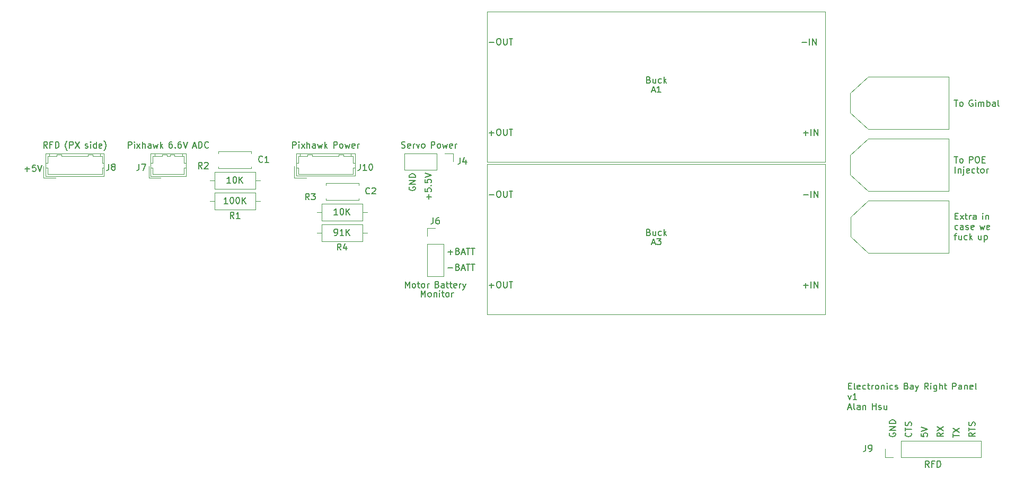
<source format=gbr>
%TF.GenerationSoftware,KiCad,Pcbnew,7.0.0*%
%TF.CreationDate,2023-03-08T15:38:49-05:00*%
%TF.ProjectId,right-side,72696768-742d-4736-9964-652e6b696361,rev?*%
%TF.SameCoordinates,Original*%
%TF.FileFunction,Legend,Top*%
%TF.FilePolarity,Positive*%
%FSLAX46Y46*%
G04 Gerber Fmt 4.6, Leading zero omitted, Abs format (unit mm)*
G04 Created by KiCad (PCBNEW 7.0.0) date 2023-03-08 15:38:49*
%MOMM*%
%LPD*%
G01*
G04 APERTURE LIST*
%ADD10C,0.150000*%
%ADD11C,0.120000*%
G04 APERTURE END LIST*
D10*
X138700190Y-117130380D02*
X138700190Y-116130380D01*
X138700190Y-116130380D02*
X139033523Y-116844666D01*
X139033523Y-116844666D02*
X139366856Y-116130380D01*
X139366856Y-116130380D02*
X139366856Y-117130380D01*
X139985904Y-117130380D02*
X139890666Y-117082761D01*
X139890666Y-117082761D02*
X139843047Y-117035142D01*
X139843047Y-117035142D02*
X139795428Y-116939904D01*
X139795428Y-116939904D02*
X139795428Y-116654190D01*
X139795428Y-116654190D02*
X139843047Y-116558952D01*
X139843047Y-116558952D02*
X139890666Y-116511333D01*
X139890666Y-116511333D02*
X139985904Y-116463714D01*
X139985904Y-116463714D02*
X140128761Y-116463714D01*
X140128761Y-116463714D02*
X140223999Y-116511333D01*
X140223999Y-116511333D02*
X140271618Y-116558952D01*
X140271618Y-116558952D02*
X140319237Y-116654190D01*
X140319237Y-116654190D02*
X140319237Y-116939904D01*
X140319237Y-116939904D02*
X140271618Y-117035142D01*
X140271618Y-117035142D02*
X140223999Y-117082761D01*
X140223999Y-117082761D02*
X140128761Y-117130380D01*
X140128761Y-117130380D02*
X139985904Y-117130380D01*
X140747809Y-116463714D02*
X140747809Y-117130380D01*
X140747809Y-116558952D02*
X140795428Y-116511333D01*
X140795428Y-116511333D02*
X140890666Y-116463714D01*
X140890666Y-116463714D02*
X141033523Y-116463714D01*
X141033523Y-116463714D02*
X141128761Y-116511333D01*
X141128761Y-116511333D02*
X141176380Y-116606571D01*
X141176380Y-116606571D02*
X141176380Y-117130380D01*
X141652571Y-117130380D02*
X141652571Y-116463714D01*
X141652571Y-116130380D02*
X141604952Y-116178000D01*
X141604952Y-116178000D02*
X141652571Y-116225619D01*
X141652571Y-116225619D02*
X141700190Y-116178000D01*
X141700190Y-116178000D02*
X141652571Y-116130380D01*
X141652571Y-116130380D02*
X141652571Y-116225619D01*
X141985904Y-116463714D02*
X142366856Y-116463714D01*
X142128761Y-116130380D02*
X142128761Y-116987523D01*
X142128761Y-116987523D02*
X142176380Y-117082761D01*
X142176380Y-117082761D02*
X142271618Y-117130380D01*
X142271618Y-117130380D02*
X142366856Y-117130380D01*
X142843047Y-117130380D02*
X142747809Y-117082761D01*
X142747809Y-117082761D02*
X142700190Y-117035142D01*
X142700190Y-117035142D02*
X142652571Y-116939904D01*
X142652571Y-116939904D02*
X142652571Y-116654190D01*
X142652571Y-116654190D02*
X142700190Y-116558952D01*
X142700190Y-116558952D02*
X142747809Y-116511333D01*
X142747809Y-116511333D02*
X142843047Y-116463714D01*
X142843047Y-116463714D02*
X142985904Y-116463714D01*
X142985904Y-116463714D02*
X143081142Y-116511333D01*
X143081142Y-116511333D02*
X143128761Y-116558952D01*
X143128761Y-116558952D02*
X143176380Y-116654190D01*
X143176380Y-116654190D02*
X143176380Y-116939904D01*
X143176380Y-116939904D02*
X143128761Y-117035142D01*
X143128761Y-117035142D02*
X143081142Y-117082761D01*
X143081142Y-117082761D02*
X142985904Y-117130380D01*
X142985904Y-117130380D02*
X142843047Y-117130380D01*
X143604952Y-117130380D02*
X143604952Y-116463714D01*
X143604952Y-116654190D02*
X143652571Y-116558952D01*
X143652571Y-116558952D02*
X143700190Y-116511333D01*
X143700190Y-116511333D02*
X143795428Y-116463714D01*
X143795428Y-116463714D02*
X143890666Y-116463714D01*
X139940428Y-101520094D02*
X139940428Y-100758190D01*
X140321380Y-101139142D02*
X139559476Y-101139142D01*
X139321380Y-99805809D02*
X139321380Y-100281999D01*
X139321380Y-100281999D02*
X139797571Y-100329618D01*
X139797571Y-100329618D02*
X139749952Y-100281999D01*
X139749952Y-100281999D02*
X139702333Y-100186761D01*
X139702333Y-100186761D02*
X139702333Y-99948666D01*
X139702333Y-99948666D02*
X139749952Y-99853428D01*
X139749952Y-99853428D02*
X139797571Y-99805809D01*
X139797571Y-99805809D02*
X139892809Y-99758190D01*
X139892809Y-99758190D02*
X140130904Y-99758190D01*
X140130904Y-99758190D02*
X140226142Y-99805809D01*
X140226142Y-99805809D02*
X140273761Y-99853428D01*
X140273761Y-99853428D02*
X140321380Y-99948666D01*
X140321380Y-99948666D02*
X140321380Y-100186761D01*
X140321380Y-100186761D02*
X140273761Y-100281999D01*
X140273761Y-100281999D02*
X140226142Y-100329618D01*
X140226142Y-99329618D02*
X140273761Y-99281999D01*
X140273761Y-99281999D02*
X140321380Y-99329618D01*
X140321380Y-99329618D02*
X140273761Y-99377237D01*
X140273761Y-99377237D02*
X140226142Y-99329618D01*
X140226142Y-99329618D02*
X140321380Y-99329618D01*
X139321380Y-98377238D02*
X139321380Y-98853428D01*
X139321380Y-98853428D02*
X139797571Y-98901047D01*
X139797571Y-98901047D02*
X139749952Y-98853428D01*
X139749952Y-98853428D02*
X139702333Y-98758190D01*
X139702333Y-98758190D02*
X139702333Y-98520095D01*
X139702333Y-98520095D02*
X139749952Y-98424857D01*
X139749952Y-98424857D02*
X139797571Y-98377238D01*
X139797571Y-98377238D02*
X139892809Y-98329619D01*
X139892809Y-98329619D02*
X140130904Y-98329619D01*
X140130904Y-98329619D02*
X140226142Y-98377238D01*
X140226142Y-98377238D02*
X140273761Y-98424857D01*
X140273761Y-98424857D02*
X140321380Y-98520095D01*
X140321380Y-98520095D02*
X140321380Y-98758190D01*
X140321380Y-98758190D02*
X140273761Y-98853428D01*
X140273761Y-98853428D02*
X140226142Y-98901047D01*
X139321380Y-98043904D02*
X140321380Y-97710571D01*
X140321380Y-97710571D02*
X139321380Y-97377238D01*
X75402095Y-96683428D02*
X76164000Y-96683428D01*
X75783047Y-97064380D02*
X75783047Y-96302476D01*
X77116380Y-96064380D02*
X76640190Y-96064380D01*
X76640190Y-96064380D02*
X76592571Y-96540571D01*
X76592571Y-96540571D02*
X76640190Y-96492952D01*
X76640190Y-96492952D02*
X76735428Y-96445333D01*
X76735428Y-96445333D02*
X76973523Y-96445333D01*
X76973523Y-96445333D02*
X77068761Y-96492952D01*
X77068761Y-96492952D02*
X77116380Y-96540571D01*
X77116380Y-96540571D02*
X77163999Y-96635809D01*
X77163999Y-96635809D02*
X77163999Y-96873904D01*
X77163999Y-96873904D02*
X77116380Y-96969142D01*
X77116380Y-96969142D02*
X77068761Y-97016761D01*
X77068761Y-97016761D02*
X76973523Y-97064380D01*
X76973523Y-97064380D02*
X76735428Y-97064380D01*
X76735428Y-97064380D02*
X76640190Y-97016761D01*
X76640190Y-97016761D02*
X76592571Y-96969142D01*
X77449714Y-96064380D02*
X77783047Y-97064380D01*
X77783047Y-97064380D02*
X78116380Y-96064380D01*
X218569380Y-138985714D02*
X218569380Y-139461904D01*
X218569380Y-139461904D02*
X219045571Y-139509523D01*
X219045571Y-139509523D02*
X218997952Y-139461904D01*
X218997952Y-139461904D02*
X218950333Y-139366666D01*
X218950333Y-139366666D02*
X218950333Y-139128571D01*
X218950333Y-139128571D02*
X218997952Y-139033333D01*
X218997952Y-139033333D02*
X219045571Y-138985714D01*
X219045571Y-138985714D02*
X219140809Y-138938095D01*
X219140809Y-138938095D02*
X219378904Y-138938095D01*
X219378904Y-138938095D02*
X219474142Y-138985714D01*
X219474142Y-138985714D02*
X219521761Y-139033333D01*
X219521761Y-139033333D02*
X219569380Y-139128571D01*
X219569380Y-139128571D02*
X219569380Y-139366666D01*
X219569380Y-139366666D02*
X219521761Y-139461904D01*
X219521761Y-139461904D02*
X219474142Y-139509523D01*
X218569380Y-138652380D02*
X219569380Y-138319047D01*
X219569380Y-138319047D02*
X218569380Y-137985714D01*
X222109380Y-138890476D02*
X221633190Y-139223809D01*
X222109380Y-139461904D02*
X221109380Y-139461904D01*
X221109380Y-139461904D02*
X221109380Y-139080952D01*
X221109380Y-139080952D02*
X221157000Y-138985714D01*
X221157000Y-138985714D02*
X221204619Y-138938095D01*
X221204619Y-138938095D02*
X221299857Y-138890476D01*
X221299857Y-138890476D02*
X221442714Y-138890476D01*
X221442714Y-138890476D02*
X221537952Y-138938095D01*
X221537952Y-138938095D02*
X221585571Y-138985714D01*
X221585571Y-138985714D02*
X221633190Y-139080952D01*
X221633190Y-139080952D02*
X221633190Y-139461904D01*
X221109380Y-138557142D02*
X222109380Y-137890476D01*
X221109380Y-137890476D02*
X222109380Y-138557142D01*
X223869238Y-85650380D02*
X224440666Y-85650380D01*
X224154952Y-86650380D02*
X224154952Y-85650380D01*
X224916857Y-86650380D02*
X224821619Y-86602761D01*
X224821619Y-86602761D02*
X224774000Y-86555142D01*
X224774000Y-86555142D02*
X224726381Y-86459904D01*
X224726381Y-86459904D02*
X224726381Y-86174190D01*
X224726381Y-86174190D02*
X224774000Y-86078952D01*
X224774000Y-86078952D02*
X224821619Y-86031333D01*
X224821619Y-86031333D02*
X224916857Y-85983714D01*
X224916857Y-85983714D02*
X225059714Y-85983714D01*
X225059714Y-85983714D02*
X225154952Y-86031333D01*
X225154952Y-86031333D02*
X225202571Y-86078952D01*
X225202571Y-86078952D02*
X225250190Y-86174190D01*
X225250190Y-86174190D02*
X225250190Y-86459904D01*
X225250190Y-86459904D02*
X225202571Y-86555142D01*
X225202571Y-86555142D02*
X225154952Y-86602761D01*
X225154952Y-86602761D02*
X225059714Y-86650380D01*
X225059714Y-86650380D02*
X224916857Y-86650380D01*
X226802571Y-85698000D02*
X226707333Y-85650380D01*
X226707333Y-85650380D02*
X226564476Y-85650380D01*
X226564476Y-85650380D02*
X226421619Y-85698000D01*
X226421619Y-85698000D02*
X226326381Y-85793238D01*
X226326381Y-85793238D02*
X226278762Y-85888476D01*
X226278762Y-85888476D02*
X226231143Y-86078952D01*
X226231143Y-86078952D02*
X226231143Y-86221809D01*
X226231143Y-86221809D02*
X226278762Y-86412285D01*
X226278762Y-86412285D02*
X226326381Y-86507523D01*
X226326381Y-86507523D02*
X226421619Y-86602761D01*
X226421619Y-86602761D02*
X226564476Y-86650380D01*
X226564476Y-86650380D02*
X226659714Y-86650380D01*
X226659714Y-86650380D02*
X226802571Y-86602761D01*
X226802571Y-86602761D02*
X226850190Y-86555142D01*
X226850190Y-86555142D02*
X226850190Y-86221809D01*
X226850190Y-86221809D02*
X226659714Y-86221809D01*
X227278762Y-86650380D02*
X227278762Y-85983714D01*
X227278762Y-85650380D02*
X227231143Y-85698000D01*
X227231143Y-85698000D02*
X227278762Y-85745619D01*
X227278762Y-85745619D02*
X227326381Y-85698000D01*
X227326381Y-85698000D02*
X227278762Y-85650380D01*
X227278762Y-85650380D02*
X227278762Y-85745619D01*
X227754952Y-86650380D02*
X227754952Y-85983714D01*
X227754952Y-86078952D02*
X227802571Y-86031333D01*
X227802571Y-86031333D02*
X227897809Y-85983714D01*
X227897809Y-85983714D02*
X228040666Y-85983714D01*
X228040666Y-85983714D02*
X228135904Y-86031333D01*
X228135904Y-86031333D02*
X228183523Y-86126571D01*
X228183523Y-86126571D02*
X228183523Y-86650380D01*
X228183523Y-86126571D02*
X228231142Y-86031333D01*
X228231142Y-86031333D02*
X228326380Y-85983714D01*
X228326380Y-85983714D02*
X228469237Y-85983714D01*
X228469237Y-85983714D02*
X228564476Y-86031333D01*
X228564476Y-86031333D02*
X228612095Y-86126571D01*
X228612095Y-86126571D02*
X228612095Y-86650380D01*
X229088285Y-86650380D02*
X229088285Y-85650380D01*
X229088285Y-86031333D02*
X229183523Y-85983714D01*
X229183523Y-85983714D02*
X229373999Y-85983714D01*
X229373999Y-85983714D02*
X229469237Y-86031333D01*
X229469237Y-86031333D02*
X229516856Y-86078952D01*
X229516856Y-86078952D02*
X229564475Y-86174190D01*
X229564475Y-86174190D02*
X229564475Y-86459904D01*
X229564475Y-86459904D02*
X229516856Y-86555142D01*
X229516856Y-86555142D02*
X229469237Y-86602761D01*
X229469237Y-86602761D02*
X229373999Y-86650380D01*
X229373999Y-86650380D02*
X229183523Y-86650380D01*
X229183523Y-86650380D02*
X229088285Y-86602761D01*
X230421618Y-86650380D02*
X230421618Y-86126571D01*
X230421618Y-86126571D02*
X230373999Y-86031333D01*
X230373999Y-86031333D02*
X230278761Y-85983714D01*
X230278761Y-85983714D02*
X230088285Y-85983714D01*
X230088285Y-85983714D02*
X229993047Y-86031333D01*
X230421618Y-86602761D02*
X230326380Y-86650380D01*
X230326380Y-86650380D02*
X230088285Y-86650380D01*
X230088285Y-86650380D02*
X229993047Y-86602761D01*
X229993047Y-86602761D02*
X229945428Y-86507523D01*
X229945428Y-86507523D02*
X229945428Y-86412285D01*
X229945428Y-86412285D02*
X229993047Y-86317047D01*
X229993047Y-86317047D02*
X230088285Y-86269428D01*
X230088285Y-86269428D02*
X230326380Y-86269428D01*
X230326380Y-86269428D02*
X230421618Y-86221809D01*
X231040666Y-86650380D02*
X230945428Y-86602761D01*
X230945428Y-86602761D02*
X230897809Y-86507523D01*
X230897809Y-86507523D02*
X230897809Y-85650380D01*
X206994095Y-131400571D02*
X207327428Y-131400571D01*
X207470285Y-131924380D02*
X206994095Y-131924380D01*
X206994095Y-131924380D02*
X206994095Y-130924380D01*
X206994095Y-130924380D02*
X207470285Y-130924380D01*
X208041714Y-131924380D02*
X207946476Y-131876761D01*
X207946476Y-131876761D02*
X207898857Y-131781523D01*
X207898857Y-131781523D02*
X207898857Y-130924380D01*
X208803619Y-131876761D02*
X208708381Y-131924380D01*
X208708381Y-131924380D02*
X208517905Y-131924380D01*
X208517905Y-131924380D02*
X208422667Y-131876761D01*
X208422667Y-131876761D02*
X208375048Y-131781523D01*
X208375048Y-131781523D02*
X208375048Y-131400571D01*
X208375048Y-131400571D02*
X208422667Y-131305333D01*
X208422667Y-131305333D02*
X208517905Y-131257714D01*
X208517905Y-131257714D02*
X208708381Y-131257714D01*
X208708381Y-131257714D02*
X208803619Y-131305333D01*
X208803619Y-131305333D02*
X208851238Y-131400571D01*
X208851238Y-131400571D02*
X208851238Y-131495809D01*
X208851238Y-131495809D02*
X208375048Y-131591047D01*
X209708381Y-131876761D02*
X209613143Y-131924380D01*
X209613143Y-131924380D02*
X209422667Y-131924380D01*
X209422667Y-131924380D02*
X209327429Y-131876761D01*
X209327429Y-131876761D02*
X209279810Y-131829142D01*
X209279810Y-131829142D02*
X209232191Y-131733904D01*
X209232191Y-131733904D02*
X209232191Y-131448190D01*
X209232191Y-131448190D02*
X209279810Y-131352952D01*
X209279810Y-131352952D02*
X209327429Y-131305333D01*
X209327429Y-131305333D02*
X209422667Y-131257714D01*
X209422667Y-131257714D02*
X209613143Y-131257714D01*
X209613143Y-131257714D02*
X209708381Y-131305333D01*
X209994096Y-131257714D02*
X210375048Y-131257714D01*
X210136953Y-130924380D02*
X210136953Y-131781523D01*
X210136953Y-131781523D02*
X210184572Y-131876761D01*
X210184572Y-131876761D02*
X210279810Y-131924380D01*
X210279810Y-131924380D02*
X210375048Y-131924380D01*
X210708382Y-131924380D02*
X210708382Y-131257714D01*
X210708382Y-131448190D02*
X210756001Y-131352952D01*
X210756001Y-131352952D02*
X210803620Y-131305333D01*
X210803620Y-131305333D02*
X210898858Y-131257714D01*
X210898858Y-131257714D02*
X210994096Y-131257714D01*
X211470287Y-131924380D02*
X211375049Y-131876761D01*
X211375049Y-131876761D02*
X211327430Y-131829142D01*
X211327430Y-131829142D02*
X211279811Y-131733904D01*
X211279811Y-131733904D02*
X211279811Y-131448190D01*
X211279811Y-131448190D02*
X211327430Y-131352952D01*
X211327430Y-131352952D02*
X211375049Y-131305333D01*
X211375049Y-131305333D02*
X211470287Y-131257714D01*
X211470287Y-131257714D02*
X211613144Y-131257714D01*
X211613144Y-131257714D02*
X211708382Y-131305333D01*
X211708382Y-131305333D02*
X211756001Y-131352952D01*
X211756001Y-131352952D02*
X211803620Y-131448190D01*
X211803620Y-131448190D02*
X211803620Y-131733904D01*
X211803620Y-131733904D02*
X211756001Y-131829142D01*
X211756001Y-131829142D02*
X211708382Y-131876761D01*
X211708382Y-131876761D02*
X211613144Y-131924380D01*
X211613144Y-131924380D02*
X211470287Y-131924380D01*
X212232192Y-131257714D02*
X212232192Y-131924380D01*
X212232192Y-131352952D02*
X212279811Y-131305333D01*
X212279811Y-131305333D02*
X212375049Y-131257714D01*
X212375049Y-131257714D02*
X212517906Y-131257714D01*
X212517906Y-131257714D02*
X212613144Y-131305333D01*
X212613144Y-131305333D02*
X212660763Y-131400571D01*
X212660763Y-131400571D02*
X212660763Y-131924380D01*
X213136954Y-131924380D02*
X213136954Y-131257714D01*
X213136954Y-130924380D02*
X213089335Y-130972000D01*
X213089335Y-130972000D02*
X213136954Y-131019619D01*
X213136954Y-131019619D02*
X213184573Y-130972000D01*
X213184573Y-130972000D02*
X213136954Y-130924380D01*
X213136954Y-130924380D02*
X213136954Y-131019619D01*
X214041715Y-131876761D02*
X213946477Y-131924380D01*
X213946477Y-131924380D02*
X213756001Y-131924380D01*
X213756001Y-131924380D02*
X213660763Y-131876761D01*
X213660763Y-131876761D02*
X213613144Y-131829142D01*
X213613144Y-131829142D02*
X213565525Y-131733904D01*
X213565525Y-131733904D02*
X213565525Y-131448190D01*
X213565525Y-131448190D02*
X213613144Y-131352952D01*
X213613144Y-131352952D02*
X213660763Y-131305333D01*
X213660763Y-131305333D02*
X213756001Y-131257714D01*
X213756001Y-131257714D02*
X213946477Y-131257714D01*
X213946477Y-131257714D02*
X214041715Y-131305333D01*
X214422668Y-131876761D02*
X214517906Y-131924380D01*
X214517906Y-131924380D02*
X214708382Y-131924380D01*
X214708382Y-131924380D02*
X214803620Y-131876761D01*
X214803620Y-131876761D02*
X214851239Y-131781523D01*
X214851239Y-131781523D02*
X214851239Y-131733904D01*
X214851239Y-131733904D02*
X214803620Y-131638666D01*
X214803620Y-131638666D02*
X214708382Y-131591047D01*
X214708382Y-131591047D02*
X214565525Y-131591047D01*
X214565525Y-131591047D02*
X214470287Y-131543428D01*
X214470287Y-131543428D02*
X214422668Y-131448190D01*
X214422668Y-131448190D02*
X214422668Y-131400571D01*
X214422668Y-131400571D02*
X214470287Y-131305333D01*
X214470287Y-131305333D02*
X214565525Y-131257714D01*
X214565525Y-131257714D02*
X214708382Y-131257714D01*
X214708382Y-131257714D02*
X214803620Y-131305333D01*
X216213144Y-131400571D02*
X216356001Y-131448190D01*
X216356001Y-131448190D02*
X216403620Y-131495809D01*
X216403620Y-131495809D02*
X216451239Y-131591047D01*
X216451239Y-131591047D02*
X216451239Y-131733904D01*
X216451239Y-131733904D02*
X216403620Y-131829142D01*
X216403620Y-131829142D02*
X216356001Y-131876761D01*
X216356001Y-131876761D02*
X216260763Y-131924380D01*
X216260763Y-131924380D02*
X215879811Y-131924380D01*
X215879811Y-131924380D02*
X215879811Y-130924380D01*
X215879811Y-130924380D02*
X216213144Y-130924380D01*
X216213144Y-130924380D02*
X216308382Y-130972000D01*
X216308382Y-130972000D02*
X216356001Y-131019619D01*
X216356001Y-131019619D02*
X216403620Y-131114857D01*
X216403620Y-131114857D02*
X216403620Y-131210095D01*
X216403620Y-131210095D02*
X216356001Y-131305333D01*
X216356001Y-131305333D02*
X216308382Y-131352952D01*
X216308382Y-131352952D02*
X216213144Y-131400571D01*
X216213144Y-131400571D02*
X215879811Y-131400571D01*
X217308382Y-131924380D02*
X217308382Y-131400571D01*
X217308382Y-131400571D02*
X217260763Y-131305333D01*
X217260763Y-131305333D02*
X217165525Y-131257714D01*
X217165525Y-131257714D02*
X216975049Y-131257714D01*
X216975049Y-131257714D02*
X216879811Y-131305333D01*
X217308382Y-131876761D02*
X217213144Y-131924380D01*
X217213144Y-131924380D02*
X216975049Y-131924380D01*
X216975049Y-131924380D02*
X216879811Y-131876761D01*
X216879811Y-131876761D02*
X216832192Y-131781523D01*
X216832192Y-131781523D02*
X216832192Y-131686285D01*
X216832192Y-131686285D02*
X216879811Y-131591047D01*
X216879811Y-131591047D02*
X216975049Y-131543428D01*
X216975049Y-131543428D02*
X217213144Y-131543428D01*
X217213144Y-131543428D02*
X217308382Y-131495809D01*
X217689335Y-131257714D02*
X217927430Y-131924380D01*
X218165525Y-131257714D02*
X217927430Y-131924380D01*
X217927430Y-131924380D02*
X217832192Y-132162476D01*
X217832192Y-132162476D02*
X217784573Y-132210095D01*
X217784573Y-132210095D02*
X217689335Y-132257714D01*
X219717906Y-131924380D02*
X219384573Y-131448190D01*
X219146478Y-131924380D02*
X219146478Y-130924380D01*
X219146478Y-130924380D02*
X219527430Y-130924380D01*
X219527430Y-130924380D02*
X219622668Y-130972000D01*
X219622668Y-130972000D02*
X219670287Y-131019619D01*
X219670287Y-131019619D02*
X219717906Y-131114857D01*
X219717906Y-131114857D02*
X219717906Y-131257714D01*
X219717906Y-131257714D02*
X219670287Y-131352952D01*
X219670287Y-131352952D02*
X219622668Y-131400571D01*
X219622668Y-131400571D02*
X219527430Y-131448190D01*
X219527430Y-131448190D02*
X219146478Y-131448190D01*
X220146478Y-131924380D02*
X220146478Y-131257714D01*
X220146478Y-130924380D02*
X220098859Y-130972000D01*
X220098859Y-130972000D02*
X220146478Y-131019619D01*
X220146478Y-131019619D02*
X220194097Y-130972000D01*
X220194097Y-130972000D02*
X220146478Y-130924380D01*
X220146478Y-130924380D02*
X220146478Y-131019619D01*
X221051239Y-131257714D02*
X221051239Y-132067238D01*
X221051239Y-132067238D02*
X221003620Y-132162476D01*
X221003620Y-132162476D02*
X220956001Y-132210095D01*
X220956001Y-132210095D02*
X220860763Y-132257714D01*
X220860763Y-132257714D02*
X220717906Y-132257714D01*
X220717906Y-132257714D02*
X220622668Y-132210095D01*
X221051239Y-131876761D02*
X220956001Y-131924380D01*
X220956001Y-131924380D02*
X220765525Y-131924380D01*
X220765525Y-131924380D02*
X220670287Y-131876761D01*
X220670287Y-131876761D02*
X220622668Y-131829142D01*
X220622668Y-131829142D02*
X220575049Y-131733904D01*
X220575049Y-131733904D02*
X220575049Y-131448190D01*
X220575049Y-131448190D02*
X220622668Y-131352952D01*
X220622668Y-131352952D02*
X220670287Y-131305333D01*
X220670287Y-131305333D02*
X220765525Y-131257714D01*
X220765525Y-131257714D02*
X220956001Y-131257714D01*
X220956001Y-131257714D02*
X221051239Y-131305333D01*
X221527430Y-131924380D02*
X221527430Y-130924380D01*
X221956001Y-131924380D02*
X221956001Y-131400571D01*
X221956001Y-131400571D02*
X221908382Y-131305333D01*
X221908382Y-131305333D02*
X221813144Y-131257714D01*
X221813144Y-131257714D02*
X221670287Y-131257714D01*
X221670287Y-131257714D02*
X221575049Y-131305333D01*
X221575049Y-131305333D02*
X221527430Y-131352952D01*
X222289335Y-131257714D02*
X222670287Y-131257714D01*
X222432192Y-130924380D02*
X222432192Y-131781523D01*
X222432192Y-131781523D02*
X222479811Y-131876761D01*
X222479811Y-131876761D02*
X222575049Y-131924380D01*
X222575049Y-131924380D02*
X222670287Y-131924380D01*
X223603621Y-131924380D02*
X223603621Y-130924380D01*
X223603621Y-130924380D02*
X223984573Y-130924380D01*
X223984573Y-130924380D02*
X224079811Y-130972000D01*
X224079811Y-130972000D02*
X224127430Y-131019619D01*
X224127430Y-131019619D02*
X224175049Y-131114857D01*
X224175049Y-131114857D02*
X224175049Y-131257714D01*
X224175049Y-131257714D02*
X224127430Y-131352952D01*
X224127430Y-131352952D02*
X224079811Y-131400571D01*
X224079811Y-131400571D02*
X223984573Y-131448190D01*
X223984573Y-131448190D02*
X223603621Y-131448190D01*
X225032192Y-131924380D02*
X225032192Y-131400571D01*
X225032192Y-131400571D02*
X224984573Y-131305333D01*
X224984573Y-131305333D02*
X224889335Y-131257714D01*
X224889335Y-131257714D02*
X224698859Y-131257714D01*
X224698859Y-131257714D02*
X224603621Y-131305333D01*
X225032192Y-131876761D02*
X224936954Y-131924380D01*
X224936954Y-131924380D02*
X224698859Y-131924380D01*
X224698859Y-131924380D02*
X224603621Y-131876761D01*
X224603621Y-131876761D02*
X224556002Y-131781523D01*
X224556002Y-131781523D02*
X224556002Y-131686285D01*
X224556002Y-131686285D02*
X224603621Y-131591047D01*
X224603621Y-131591047D02*
X224698859Y-131543428D01*
X224698859Y-131543428D02*
X224936954Y-131543428D01*
X224936954Y-131543428D02*
X225032192Y-131495809D01*
X225508383Y-131257714D02*
X225508383Y-131924380D01*
X225508383Y-131352952D02*
X225556002Y-131305333D01*
X225556002Y-131305333D02*
X225651240Y-131257714D01*
X225651240Y-131257714D02*
X225794097Y-131257714D01*
X225794097Y-131257714D02*
X225889335Y-131305333D01*
X225889335Y-131305333D02*
X225936954Y-131400571D01*
X225936954Y-131400571D02*
X225936954Y-131924380D01*
X226794097Y-131876761D02*
X226698859Y-131924380D01*
X226698859Y-131924380D02*
X226508383Y-131924380D01*
X226508383Y-131924380D02*
X226413145Y-131876761D01*
X226413145Y-131876761D02*
X226365526Y-131781523D01*
X226365526Y-131781523D02*
X226365526Y-131400571D01*
X226365526Y-131400571D02*
X226413145Y-131305333D01*
X226413145Y-131305333D02*
X226508383Y-131257714D01*
X226508383Y-131257714D02*
X226698859Y-131257714D01*
X226698859Y-131257714D02*
X226794097Y-131305333D01*
X226794097Y-131305333D02*
X226841716Y-131400571D01*
X226841716Y-131400571D02*
X226841716Y-131495809D01*
X226841716Y-131495809D02*
X226365526Y-131591047D01*
X227413145Y-131924380D02*
X227317907Y-131876761D01*
X227317907Y-131876761D02*
X227270288Y-131781523D01*
X227270288Y-131781523D02*
X227270288Y-130924380D01*
X206898857Y-132877714D02*
X207136952Y-133544380D01*
X207136952Y-133544380D02*
X207375047Y-132877714D01*
X208279809Y-133544380D02*
X207708381Y-133544380D01*
X207994095Y-133544380D02*
X207994095Y-132544380D01*
X207994095Y-132544380D02*
X207898857Y-132687238D01*
X207898857Y-132687238D02*
X207803619Y-132782476D01*
X207803619Y-132782476D02*
X207708381Y-132830095D01*
X206946476Y-134878666D02*
X207422666Y-134878666D01*
X206851238Y-135164380D02*
X207184571Y-134164380D01*
X207184571Y-134164380D02*
X207517904Y-135164380D01*
X207994095Y-135164380D02*
X207898857Y-135116761D01*
X207898857Y-135116761D02*
X207851238Y-135021523D01*
X207851238Y-135021523D02*
X207851238Y-134164380D01*
X208803619Y-135164380D02*
X208803619Y-134640571D01*
X208803619Y-134640571D02*
X208756000Y-134545333D01*
X208756000Y-134545333D02*
X208660762Y-134497714D01*
X208660762Y-134497714D02*
X208470286Y-134497714D01*
X208470286Y-134497714D02*
X208375048Y-134545333D01*
X208803619Y-135116761D02*
X208708381Y-135164380D01*
X208708381Y-135164380D02*
X208470286Y-135164380D01*
X208470286Y-135164380D02*
X208375048Y-135116761D01*
X208375048Y-135116761D02*
X208327429Y-135021523D01*
X208327429Y-135021523D02*
X208327429Y-134926285D01*
X208327429Y-134926285D02*
X208375048Y-134831047D01*
X208375048Y-134831047D02*
X208470286Y-134783428D01*
X208470286Y-134783428D02*
X208708381Y-134783428D01*
X208708381Y-134783428D02*
X208803619Y-134735809D01*
X209279810Y-134497714D02*
X209279810Y-135164380D01*
X209279810Y-134592952D02*
X209327429Y-134545333D01*
X209327429Y-134545333D02*
X209422667Y-134497714D01*
X209422667Y-134497714D02*
X209565524Y-134497714D01*
X209565524Y-134497714D02*
X209660762Y-134545333D01*
X209660762Y-134545333D02*
X209708381Y-134640571D01*
X209708381Y-134640571D02*
X209708381Y-135164380D01*
X210784572Y-135164380D02*
X210784572Y-134164380D01*
X210784572Y-134640571D02*
X211356000Y-134640571D01*
X211356000Y-135164380D02*
X211356000Y-134164380D01*
X211784572Y-135116761D02*
X211879810Y-135164380D01*
X211879810Y-135164380D02*
X212070286Y-135164380D01*
X212070286Y-135164380D02*
X212165524Y-135116761D01*
X212165524Y-135116761D02*
X212213143Y-135021523D01*
X212213143Y-135021523D02*
X212213143Y-134973904D01*
X212213143Y-134973904D02*
X212165524Y-134878666D01*
X212165524Y-134878666D02*
X212070286Y-134831047D01*
X212070286Y-134831047D02*
X211927429Y-134831047D01*
X211927429Y-134831047D02*
X211832191Y-134783428D01*
X211832191Y-134783428D02*
X211784572Y-134688190D01*
X211784572Y-134688190D02*
X211784572Y-134640571D01*
X211784572Y-134640571D02*
X211832191Y-134545333D01*
X211832191Y-134545333D02*
X211927429Y-134497714D01*
X211927429Y-134497714D02*
X212070286Y-134497714D01*
X212070286Y-134497714D02*
X212165524Y-134545333D01*
X213070286Y-134497714D02*
X213070286Y-135164380D01*
X212641715Y-134497714D02*
X212641715Y-135021523D01*
X212641715Y-135021523D02*
X212689334Y-135116761D01*
X212689334Y-135116761D02*
X212784572Y-135164380D01*
X212784572Y-135164380D02*
X212927429Y-135164380D01*
X212927429Y-135164380D02*
X213022667Y-135116761D01*
X213022667Y-135116761D02*
X213070286Y-135069142D01*
X216934142Y-138890476D02*
X216981761Y-138938095D01*
X216981761Y-138938095D02*
X217029380Y-139080952D01*
X217029380Y-139080952D02*
X217029380Y-139176190D01*
X217029380Y-139176190D02*
X216981761Y-139319047D01*
X216981761Y-139319047D02*
X216886523Y-139414285D01*
X216886523Y-139414285D02*
X216791285Y-139461904D01*
X216791285Y-139461904D02*
X216600809Y-139509523D01*
X216600809Y-139509523D02*
X216457952Y-139509523D01*
X216457952Y-139509523D02*
X216267476Y-139461904D01*
X216267476Y-139461904D02*
X216172238Y-139414285D01*
X216172238Y-139414285D02*
X216077000Y-139319047D01*
X216077000Y-139319047D02*
X216029380Y-139176190D01*
X216029380Y-139176190D02*
X216029380Y-139080952D01*
X216029380Y-139080952D02*
X216077000Y-138938095D01*
X216077000Y-138938095D02*
X216124619Y-138890476D01*
X216029380Y-138604761D02*
X216029380Y-138033333D01*
X217029380Y-138319047D02*
X216029380Y-138319047D01*
X216981761Y-137747618D02*
X217029380Y-137604761D01*
X217029380Y-137604761D02*
X217029380Y-137366666D01*
X217029380Y-137366666D02*
X216981761Y-137271428D01*
X216981761Y-137271428D02*
X216934142Y-137223809D01*
X216934142Y-137223809D02*
X216838904Y-137176190D01*
X216838904Y-137176190D02*
X216743666Y-137176190D01*
X216743666Y-137176190D02*
X216648428Y-137223809D01*
X216648428Y-137223809D02*
X216600809Y-137271428D01*
X216600809Y-137271428D02*
X216553190Y-137366666D01*
X216553190Y-137366666D02*
X216505571Y-137557142D01*
X216505571Y-137557142D02*
X216457952Y-137652380D01*
X216457952Y-137652380D02*
X216410333Y-137699999D01*
X216410333Y-137699999D02*
X216315095Y-137747618D01*
X216315095Y-137747618D02*
X216219857Y-137747618D01*
X216219857Y-137747618D02*
X216124619Y-137699999D01*
X216124619Y-137699999D02*
X216077000Y-137652380D01*
X216077000Y-137652380D02*
X216029380Y-137557142D01*
X216029380Y-137557142D02*
X216029380Y-137319047D01*
X216029380Y-137319047D02*
X216077000Y-137176190D01*
X227189380Y-138890476D02*
X226713190Y-139223809D01*
X227189380Y-139461904D02*
X226189380Y-139461904D01*
X226189380Y-139461904D02*
X226189380Y-139080952D01*
X226189380Y-139080952D02*
X226237000Y-138985714D01*
X226237000Y-138985714D02*
X226284619Y-138938095D01*
X226284619Y-138938095D02*
X226379857Y-138890476D01*
X226379857Y-138890476D02*
X226522714Y-138890476D01*
X226522714Y-138890476D02*
X226617952Y-138938095D01*
X226617952Y-138938095D02*
X226665571Y-138985714D01*
X226665571Y-138985714D02*
X226713190Y-139080952D01*
X226713190Y-139080952D02*
X226713190Y-139461904D01*
X226189380Y-138604761D02*
X226189380Y-138033333D01*
X227189380Y-138319047D02*
X226189380Y-138319047D01*
X227141761Y-137747618D02*
X227189380Y-137604761D01*
X227189380Y-137604761D02*
X227189380Y-137366666D01*
X227189380Y-137366666D02*
X227141761Y-137271428D01*
X227141761Y-137271428D02*
X227094142Y-137223809D01*
X227094142Y-137223809D02*
X226998904Y-137176190D01*
X226998904Y-137176190D02*
X226903666Y-137176190D01*
X226903666Y-137176190D02*
X226808428Y-137223809D01*
X226808428Y-137223809D02*
X226760809Y-137271428D01*
X226760809Y-137271428D02*
X226713190Y-137366666D01*
X226713190Y-137366666D02*
X226665571Y-137557142D01*
X226665571Y-137557142D02*
X226617952Y-137652380D01*
X226617952Y-137652380D02*
X226570333Y-137699999D01*
X226570333Y-137699999D02*
X226475095Y-137747618D01*
X226475095Y-137747618D02*
X226379857Y-137747618D01*
X226379857Y-137747618D02*
X226284619Y-137699999D01*
X226284619Y-137699999D02*
X226237000Y-137652380D01*
X226237000Y-137652380D02*
X226189380Y-137557142D01*
X226189380Y-137557142D02*
X226189380Y-137319047D01*
X226189380Y-137319047D02*
X226237000Y-137176190D01*
X224012095Y-104222571D02*
X224345428Y-104222571D01*
X224488285Y-104746380D02*
X224012095Y-104746380D01*
X224012095Y-104746380D02*
X224012095Y-103746380D01*
X224012095Y-103746380D02*
X224488285Y-103746380D01*
X224821619Y-104746380D02*
X225345428Y-104079714D01*
X224821619Y-104079714D02*
X225345428Y-104746380D01*
X225583524Y-104079714D02*
X225964476Y-104079714D01*
X225726381Y-103746380D02*
X225726381Y-104603523D01*
X225726381Y-104603523D02*
X225774000Y-104698761D01*
X225774000Y-104698761D02*
X225869238Y-104746380D01*
X225869238Y-104746380D02*
X225964476Y-104746380D01*
X226297810Y-104746380D02*
X226297810Y-104079714D01*
X226297810Y-104270190D02*
X226345429Y-104174952D01*
X226345429Y-104174952D02*
X226393048Y-104127333D01*
X226393048Y-104127333D02*
X226488286Y-104079714D01*
X226488286Y-104079714D02*
X226583524Y-104079714D01*
X227345429Y-104746380D02*
X227345429Y-104222571D01*
X227345429Y-104222571D02*
X227297810Y-104127333D01*
X227297810Y-104127333D02*
X227202572Y-104079714D01*
X227202572Y-104079714D02*
X227012096Y-104079714D01*
X227012096Y-104079714D02*
X226916858Y-104127333D01*
X227345429Y-104698761D02*
X227250191Y-104746380D01*
X227250191Y-104746380D02*
X227012096Y-104746380D01*
X227012096Y-104746380D02*
X226916858Y-104698761D01*
X226916858Y-104698761D02*
X226869239Y-104603523D01*
X226869239Y-104603523D02*
X226869239Y-104508285D01*
X226869239Y-104508285D02*
X226916858Y-104413047D01*
X226916858Y-104413047D02*
X227012096Y-104365428D01*
X227012096Y-104365428D02*
X227250191Y-104365428D01*
X227250191Y-104365428D02*
X227345429Y-104317809D01*
X228421620Y-104746380D02*
X228421620Y-104079714D01*
X228421620Y-103746380D02*
X228374001Y-103794000D01*
X228374001Y-103794000D02*
X228421620Y-103841619D01*
X228421620Y-103841619D02*
X228469239Y-103794000D01*
X228469239Y-103794000D02*
X228421620Y-103746380D01*
X228421620Y-103746380D02*
X228421620Y-103841619D01*
X228897810Y-104079714D02*
X228897810Y-104746380D01*
X228897810Y-104174952D02*
X228945429Y-104127333D01*
X228945429Y-104127333D02*
X229040667Y-104079714D01*
X229040667Y-104079714D02*
X229183524Y-104079714D01*
X229183524Y-104079714D02*
X229278762Y-104127333D01*
X229278762Y-104127333D02*
X229326381Y-104222571D01*
X229326381Y-104222571D02*
X229326381Y-104746380D01*
X224440666Y-106318761D02*
X224345428Y-106366380D01*
X224345428Y-106366380D02*
X224154952Y-106366380D01*
X224154952Y-106366380D02*
X224059714Y-106318761D01*
X224059714Y-106318761D02*
X224012095Y-106271142D01*
X224012095Y-106271142D02*
X223964476Y-106175904D01*
X223964476Y-106175904D02*
X223964476Y-105890190D01*
X223964476Y-105890190D02*
X224012095Y-105794952D01*
X224012095Y-105794952D02*
X224059714Y-105747333D01*
X224059714Y-105747333D02*
X224154952Y-105699714D01*
X224154952Y-105699714D02*
X224345428Y-105699714D01*
X224345428Y-105699714D02*
X224440666Y-105747333D01*
X225297809Y-106366380D02*
X225297809Y-105842571D01*
X225297809Y-105842571D02*
X225250190Y-105747333D01*
X225250190Y-105747333D02*
X225154952Y-105699714D01*
X225154952Y-105699714D02*
X224964476Y-105699714D01*
X224964476Y-105699714D02*
X224869238Y-105747333D01*
X225297809Y-106318761D02*
X225202571Y-106366380D01*
X225202571Y-106366380D02*
X224964476Y-106366380D01*
X224964476Y-106366380D02*
X224869238Y-106318761D01*
X224869238Y-106318761D02*
X224821619Y-106223523D01*
X224821619Y-106223523D02*
X224821619Y-106128285D01*
X224821619Y-106128285D02*
X224869238Y-106033047D01*
X224869238Y-106033047D02*
X224964476Y-105985428D01*
X224964476Y-105985428D02*
X225202571Y-105985428D01*
X225202571Y-105985428D02*
X225297809Y-105937809D01*
X225726381Y-106318761D02*
X225821619Y-106366380D01*
X225821619Y-106366380D02*
X226012095Y-106366380D01*
X226012095Y-106366380D02*
X226107333Y-106318761D01*
X226107333Y-106318761D02*
X226154952Y-106223523D01*
X226154952Y-106223523D02*
X226154952Y-106175904D01*
X226154952Y-106175904D02*
X226107333Y-106080666D01*
X226107333Y-106080666D02*
X226012095Y-106033047D01*
X226012095Y-106033047D02*
X225869238Y-106033047D01*
X225869238Y-106033047D02*
X225774000Y-105985428D01*
X225774000Y-105985428D02*
X225726381Y-105890190D01*
X225726381Y-105890190D02*
X225726381Y-105842571D01*
X225726381Y-105842571D02*
X225774000Y-105747333D01*
X225774000Y-105747333D02*
X225869238Y-105699714D01*
X225869238Y-105699714D02*
X226012095Y-105699714D01*
X226012095Y-105699714D02*
X226107333Y-105747333D01*
X226964476Y-106318761D02*
X226869238Y-106366380D01*
X226869238Y-106366380D02*
X226678762Y-106366380D01*
X226678762Y-106366380D02*
X226583524Y-106318761D01*
X226583524Y-106318761D02*
X226535905Y-106223523D01*
X226535905Y-106223523D02*
X226535905Y-105842571D01*
X226535905Y-105842571D02*
X226583524Y-105747333D01*
X226583524Y-105747333D02*
X226678762Y-105699714D01*
X226678762Y-105699714D02*
X226869238Y-105699714D01*
X226869238Y-105699714D02*
X226964476Y-105747333D01*
X226964476Y-105747333D02*
X227012095Y-105842571D01*
X227012095Y-105842571D02*
X227012095Y-105937809D01*
X227012095Y-105937809D02*
X226535905Y-106033047D01*
X227945429Y-105699714D02*
X228135905Y-106366380D01*
X228135905Y-106366380D02*
X228326381Y-105890190D01*
X228326381Y-105890190D02*
X228516857Y-106366380D01*
X228516857Y-106366380D02*
X228707333Y-105699714D01*
X229469238Y-106318761D02*
X229374000Y-106366380D01*
X229374000Y-106366380D02*
X229183524Y-106366380D01*
X229183524Y-106366380D02*
X229088286Y-106318761D01*
X229088286Y-106318761D02*
X229040667Y-106223523D01*
X229040667Y-106223523D02*
X229040667Y-105842571D01*
X229040667Y-105842571D02*
X229088286Y-105747333D01*
X229088286Y-105747333D02*
X229183524Y-105699714D01*
X229183524Y-105699714D02*
X229374000Y-105699714D01*
X229374000Y-105699714D02*
X229469238Y-105747333D01*
X229469238Y-105747333D02*
X229516857Y-105842571D01*
X229516857Y-105842571D02*
X229516857Y-105937809D01*
X229516857Y-105937809D02*
X229040667Y-106033047D01*
X223869238Y-107319714D02*
X224250190Y-107319714D01*
X224012095Y-107986380D02*
X224012095Y-107129238D01*
X224012095Y-107129238D02*
X224059714Y-107034000D01*
X224059714Y-107034000D02*
X224154952Y-106986380D01*
X224154952Y-106986380D02*
X224250190Y-106986380D01*
X225012095Y-107319714D02*
X225012095Y-107986380D01*
X224583524Y-107319714D02*
X224583524Y-107843523D01*
X224583524Y-107843523D02*
X224631143Y-107938761D01*
X224631143Y-107938761D02*
X224726381Y-107986380D01*
X224726381Y-107986380D02*
X224869238Y-107986380D01*
X224869238Y-107986380D02*
X224964476Y-107938761D01*
X224964476Y-107938761D02*
X225012095Y-107891142D01*
X225916857Y-107938761D02*
X225821619Y-107986380D01*
X225821619Y-107986380D02*
X225631143Y-107986380D01*
X225631143Y-107986380D02*
X225535905Y-107938761D01*
X225535905Y-107938761D02*
X225488286Y-107891142D01*
X225488286Y-107891142D02*
X225440667Y-107795904D01*
X225440667Y-107795904D02*
X225440667Y-107510190D01*
X225440667Y-107510190D02*
X225488286Y-107414952D01*
X225488286Y-107414952D02*
X225535905Y-107367333D01*
X225535905Y-107367333D02*
X225631143Y-107319714D01*
X225631143Y-107319714D02*
X225821619Y-107319714D01*
X225821619Y-107319714D02*
X225916857Y-107367333D01*
X226345429Y-107986380D02*
X226345429Y-106986380D01*
X226440667Y-107605428D02*
X226726381Y-107986380D01*
X226726381Y-107319714D02*
X226345429Y-107700666D01*
X228183524Y-107319714D02*
X228183524Y-107986380D01*
X227754953Y-107319714D02*
X227754953Y-107843523D01*
X227754953Y-107843523D02*
X227802572Y-107938761D01*
X227802572Y-107938761D02*
X227897810Y-107986380D01*
X227897810Y-107986380D02*
X228040667Y-107986380D01*
X228040667Y-107986380D02*
X228135905Y-107938761D01*
X228135905Y-107938761D02*
X228183524Y-107891142D01*
X228659715Y-107319714D02*
X228659715Y-108319714D01*
X228659715Y-107367333D02*
X228754953Y-107319714D01*
X228754953Y-107319714D02*
X228945429Y-107319714D01*
X228945429Y-107319714D02*
X229040667Y-107367333D01*
X229040667Y-107367333D02*
X229088286Y-107414952D01*
X229088286Y-107414952D02*
X229135905Y-107510190D01*
X229135905Y-107510190D02*
X229135905Y-107795904D01*
X229135905Y-107795904D02*
X229088286Y-107891142D01*
X229088286Y-107891142D02*
X229040667Y-107938761D01*
X229040667Y-107938761D02*
X228945429Y-107986380D01*
X228945429Y-107986380D02*
X228754953Y-107986380D01*
X228754953Y-107986380D02*
X228659715Y-107938761D01*
X142986095Y-112508428D02*
X143748000Y-112508428D01*
X144557523Y-112365571D02*
X144700380Y-112413190D01*
X144700380Y-112413190D02*
X144747999Y-112460809D01*
X144747999Y-112460809D02*
X144795618Y-112556047D01*
X144795618Y-112556047D02*
X144795618Y-112698904D01*
X144795618Y-112698904D02*
X144747999Y-112794142D01*
X144747999Y-112794142D02*
X144700380Y-112841761D01*
X144700380Y-112841761D02*
X144605142Y-112889380D01*
X144605142Y-112889380D02*
X144224190Y-112889380D01*
X144224190Y-112889380D02*
X144224190Y-111889380D01*
X144224190Y-111889380D02*
X144557523Y-111889380D01*
X144557523Y-111889380D02*
X144652761Y-111937000D01*
X144652761Y-111937000D02*
X144700380Y-111984619D01*
X144700380Y-111984619D02*
X144747999Y-112079857D01*
X144747999Y-112079857D02*
X144747999Y-112175095D01*
X144747999Y-112175095D02*
X144700380Y-112270333D01*
X144700380Y-112270333D02*
X144652761Y-112317952D01*
X144652761Y-112317952D02*
X144557523Y-112365571D01*
X144557523Y-112365571D02*
X144224190Y-112365571D01*
X145176571Y-112603666D02*
X145652761Y-112603666D01*
X145081333Y-112889380D02*
X145414666Y-111889380D01*
X145414666Y-111889380D02*
X145747999Y-112889380D01*
X145938476Y-111889380D02*
X146509904Y-111889380D01*
X146224190Y-112889380D02*
X146224190Y-111889380D01*
X146700381Y-111889380D02*
X147271809Y-111889380D01*
X146986095Y-112889380D02*
X146986095Y-111889380D01*
X213537000Y-138938095D02*
X213489380Y-139033333D01*
X213489380Y-139033333D02*
X213489380Y-139176190D01*
X213489380Y-139176190D02*
X213537000Y-139319047D01*
X213537000Y-139319047D02*
X213632238Y-139414285D01*
X213632238Y-139414285D02*
X213727476Y-139461904D01*
X213727476Y-139461904D02*
X213917952Y-139509523D01*
X213917952Y-139509523D02*
X214060809Y-139509523D01*
X214060809Y-139509523D02*
X214251285Y-139461904D01*
X214251285Y-139461904D02*
X214346523Y-139414285D01*
X214346523Y-139414285D02*
X214441761Y-139319047D01*
X214441761Y-139319047D02*
X214489380Y-139176190D01*
X214489380Y-139176190D02*
X214489380Y-139080952D01*
X214489380Y-139080952D02*
X214441761Y-138938095D01*
X214441761Y-138938095D02*
X214394142Y-138890476D01*
X214394142Y-138890476D02*
X214060809Y-138890476D01*
X214060809Y-138890476D02*
X214060809Y-139080952D01*
X214489380Y-138461904D02*
X213489380Y-138461904D01*
X213489380Y-138461904D02*
X214489380Y-137890476D01*
X214489380Y-137890476D02*
X213489380Y-137890476D01*
X214489380Y-137414285D02*
X213489380Y-137414285D01*
X213489380Y-137414285D02*
X213489380Y-137176190D01*
X213489380Y-137176190D02*
X213537000Y-137033333D01*
X213537000Y-137033333D02*
X213632238Y-136938095D01*
X213632238Y-136938095D02*
X213727476Y-136890476D01*
X213727476Y-136890476D02*
X213917952Y-136842857D01*
X213917952Y-136842857D02*
X214060809Y-136842857D01*
X214060809Y-136842857D02*
X214251285Y-136890476D01*
X214251285Y-136890476D02*
X214346523Y-136938095D01*
X214346523Y-136938095D02*
X214441761Y-137033333D01*
X214441761Y-137033333D02*
X214489380Y-137176190D01*
X214489380Y-137176190D02*
X214489380Y-137414285D01*
X223869238Y-94698380D02*
X224440666Y-94698380D01*
X224154952Y-95698380D02*
X224154952Y-94698380D01*
X224916857Y-95698380D02*
X224821619Y-95650761D01*
X224821619Y-95650761D02*
X224774000Y-95603142D01*
X224774000Y-95603142D02*
X224726381Y-95507904D01*
X224726381Y-95507904D02*
X224726381Y-95222190D01*
X224726381Y-95222190D02*
X224774000Y-95126952D01*
X224774000Y-95126952D02*
X224821619Y-95079333D01*
X224821619Y-95079333D02*
X224916857Y-95031714D01*
X224916857Y-95031714D02*
X225059714Y-95031714D01*
X225059714Y-95031714D02*
X225154952Y-95079333D01*
X225154952Y-95079333D02*
X225202571Y-95126952D01*
X225202571Y-95126952D02*
X225250190Y-95222190D01*
X225250190Y-95222190D02*
X225250190Y-95507904D01*
X225250190Y-95507904D02*
X225202571Y-95603142D01*
X225202571Y-95603142D02*
X225154952Y-95650761D01*
X225154952Y-95650761D02*
X225059714Y-95698380D01*
X225059714Y-95698380D02*
X224916857Y-95698380D01*
X226278762Y-95698380D02*
X226278762Y-94698380D01*
X226278762Y-94698380D02*
X226659714Y-94698380D01*
X226659714Y-94698380D02*
X226754952Y-94746000D01*
X226754952Y-94746000D02*
X226802571Y-94793619D01*
X226802571Y-94793619D02*
X226850190Y-94888857D01*
X226850190Y-94888857D02*
X226850190Y-95031714D01*
X226850190Y-95031714D02*
X226802571Y-95126952D01*
X226802571Y-95126952D02*
X226754952Y-95174571D01*
X226754952Y-95174571D02*
X226659714Y-95222190D01*
X226659714Y-95222190D02*
X226278762Y-95222190D01*
X227469238Y-94698380D02*
X227659714Y-94698380D01*
X227659714Y-94698380D02*
X227754952Y-94746000D01*
X227754952Y-94746000D02*
X227850190Y-94841238D01*
X227850190Y-94841238D02*
X227897809Y-95031714D01*
X227897809Y-95031714D02*
X227897809Y-95365047D01*
X227897809Y-95365047D02*
X227850190Y-95555523D01*
X227850190Y-95555523D02*
X227754952Y-95650761D01*
X227754952Y-95650761D02*
X227659714Y-95698380D01*
X227659714Y-95698380D02*
X227469238Y-95698380D01*
X227469238Y-95698380D02*
X227374000Y-95650761D01*
X227374000Y-95650761D02*
X227278762Y-95555523D01*
X227278762Y-95555523D02*
X227231143Y-95365047D01*
X227231143Y-95365047D02*
X227231143Y-95031714D01*
X227231143Y-95031714D02*
X227278762Y-94841238D01*
X227278762Y-94841238D02*
X227374000Y-94746000D01*
X227374000Y-94746000D02*
X227469238Y-94698380D01*
X228326381Y-95174571D02*
X228659714Y-95174571D01*
X228802571Y-95698380D02*
X228326381Y-95698380D01*
X228326381Y-95698380D02*
X228326381Y-94698380D01*
X228326381Y-94698380D02*
X228802571Y-94698380D01*
X224012095Y-97318380D02*
X224012095Y-96318380D01*
X224488285Y-96651714D02*
X224488285Y-97318380D01*
X224488285Y-96746952D02*
X224535904Y-96699333D01*
X224535904Y-96699333D02*
X224631142Y-96651714D01*
X224631142Y-96651714D02*
X224773999Y-96651714D01*
X224773999Y-96651714D02*
X224869237Y-96699333D01*
X224869237Y-96699333D02*
X224916856Y-96794571D01*
X224916856Y-96794571D02*
X224916856Y-97318380D01*
X225393047Y-96651714D02*
X225393047Y-97508857D01*
X225393047Y-97508857D02*
X225345428Y-97604095D01*
X225345428Y-97604095D02*
X225250190Y-97651714D01*
X225250190Y-97651714D02*
X225202571Y-97651714D01*
X225393047Y-96318380D02*
X225345428Y-96366000D01*
X225345428Y-96366000D02*
X225393047Y-96413619D01*
X225393047Y-96413619D02*
X225440666Y-96366000D01*
X225440666Y-96366000D02*
X225393047Y-96318380D01*
X225393047Y-96318380D02*
X225393047Y-96413619D01*
X226250189Y-97270761D02*
X226154951Y-97318380D01*
X226154951Y-97318380D02*
X225964475Y-97318380D01*
X225964475Y-97318380D02*
X225869237Y-97270761D01*
X225869237Y-97270761D02*
X225821618Y-97175523D01*
X225821618Y-97175523D02*
X225821618Y-96794571D01*
X225821618Y-96794571D02*
X225869237Y-96699333D01*
X225869237Y-96699333D02*
X225964475Y-96651714D01*
X225964475Y-96651714D02*
X226154951Y-96651714D01*
X226154951Y-96651714D02*
X226250189Y-96699333D01*
X226250189Y-96699333D02*
X226297808Y-96794571D01*
X226297808Y-96794571D02*
X226297808Y-96889809D01*
X226297808Y-96889809D02*
X225821618Y-96985047D01*
X227154951Y-97270761D02*
X227059713Y-97318380D01*
X227059713Y-97318380D02*
X226869237Y-97318380D01*
X226869237Y-97318380D02*
X226773999Y-97270761D01*
X226773999Y-97270761D02*
X226726380Y-97223142D01*
X226726380Y-97223142D02*
X226678761Y-97127904D01*
X226678761Y-97127904D02*
X226678761Y-96842190D01*
X226678761Y-96842190D02*
X226726380Y-96746952D01*
X226726380Y-96746952D02*
X226773999Y-96699333D01*
X226773999Y-96699333D02*
X226869237Y-96651714D01*
X226869237Y-96651714D02*
X227059713Y-96651714D01*
X227059713Y-96651714D02*
X227154951Y-96699333D01*
X227440666Y-96651714D02*
X227821618Y-96651714D01*
X227583523Y-96318380D02*
X227583523Y-97175523D01*
X227583523Y-97175523D02*
X227631142Y-97270761D01*
X227631142Y-97270761D02*
X227726380Y-97318380D01*
X227726380Y-97318380D02*
X227821618Y-97318380D01*
X228297809Y-97318380D02*
X228202571Y-97270761D01*
X228202571Y-97270761D02*
X228154952Y-97223142D01*
X228154952Y-97223142D02*
X228107333Y-97127904D01*
X228107333Y-97127904D02*
X228107333Y-96842190D01*
X228107333Y-96842190D02*
X228154952Y-96746952D01*
X228154952Y-96746952D02*
X228202571Y-96699333D01*
X228202571Y-96699333D02*
X228297809Y-96651714D01*
X228297809Y-96651714D02*
X228440666Y-96651714D01*
X228440666Y-96651714D02*
X228535904Y-96699333D01*
X228535904Y-96699333D02*
X228583523Y-96746952D01*
X228583523Y-96746952D02*
X228631142Y-96842190D01*
X228631142Y-96842190D02*
X228631142Y-97127904D01*
X228631142Y-97127904D02*
X228583523Y-97223142D01*
X228583523Y-97223142D02*
X228535904Y-97270761D01*
X228535904Y-97270761D02*
X228440666Y-97318380D01*
X228440666Y-97318380D02*
X228297809Y-97318380D01*
X229059714Y-97318380D02*
X229059714Y-96651714D01*
X229059714Y-96842190D02*
X229107333Y-96746952D01*
X229107333Y-96746952D02*
X229154952Y-96699333D01*
X229154952Y-96699333D02*
X229250190Y-96651714D01*
X229250190Y-96651714D02*
X229345428Y-96651714D01*
X223649380Y-139604761D02*
X223649380Y-139033333D01*
X224649380Y-139319047D02*
X223649380Y-139319047D01*
X223649380Y-138795237D02*
X224649380Y-138128571D01*
X223649380Y-138128571D02*
X224649380Y-138795237D01*
X142986095Y-109968428D02*
X143748000Y-109968428D01*
X143367047Y-110349380D02*
X143367047Y-109587476D01*
X144557523Y-109825571D02*
X144700380Y-109873190D01*
X144700380Y-109873190D02*
X144747999Y-109920809D01*
X144747999Y-109920809D02*
X144795618Y-110016047D01*
X144795618Y-110016047D02*
X144795618Y-110158904D01*
X144795618Y-110158904D02*
X144747999Y-110254142D01*
X144747999Y-110254142D02*
X144700380Y-110301761D01*
X144700380Y-110301761D02*
X144605142Y-110349380D01*
X144605142Y-110349380D02*
X144224190Y-110349380D01*
X144224190Y-110349380D02*
X144224190Y-109349380D01*
X144224190Y-109349380D02*
X144557523Y-109349380D01*
X144557523Y-109349380D02*
X144652761Y-109397000D01*
X144652761Y-109397000D02*
X144700380Y-109444619D01*
X144700380Y-109444619D02*
X144747999Y-109539857D01*
X144747999Y-109539857D02*
X144747999Y-109635095D01*
X144747999Y-109635095D02*
X144700380Y-109730333D01*
X144700380Y-109730333D02*
X144652761Y-109777952D01*
X144652761Y-109777952D02*
X144557523Y-109825571D01*
X144557523Y-109825571D02*
X144224190Y-109825571D01*
X145176571Y-110063666D02*
X145652761Y-110063666D01*
X145081333Y-110349380D02*
X145414666Y-109349380D01*
X145414666Y-109349380D02*
X145747999Y-110349380D01*
X145938476Y-109349380D02*
X146509904Y-109349380D01*
X146224190Y-110349380D02*
X146224190Y-109349380D01*
X146700381Y-109349380D02*
X147271809Y-109349380D01*
X146986095Y-110349380D02*
X146986095Y-109349380D01*
X136829000Y-99567714D02*
X136781380Y-99662952D01*
X136781380Y-99662952D02*
X136781380Y-99805809D01*
X136781380Y-99805809D02*
X136829000Y-99948666D01*
X136829000Y-99948666D02*
X136924238Y-100043904D01*
X136924238Y-100043904D02*
X137019476Y-100091523D01*
X137019476Y-100091523D02*
X137209952Y-100139142D01*
X137209952Y-100139142D02*
X137352809Y-100139142D01*
X137352809Y-100139142D02*
X137543285Y-100091523D01*
X137543285Y-100091523D02*
X137638523Y-100043904D01*
X137638523Y-100043904D02*
X137733761Y-99948666D01*
X137733761Y-99948666D02*
X137781380Y-99805809D01*
X137781380Y-99805809D02*
X137781380Y-99710571D01*
X137781380Y-99710571D02*
X137733761Y-99567714D01*
X137733761Y-99567714D02*
X137686142Y-99520095D01*
X137686142Y-99520095D02*
X137352809Y-99520095D01*
X137352809Y-99520095D02*
X137352809Y-99710571D01*
X137781380Y-99091523D02*
X136781380Y-99091523D01*
X136781380Y-99091523D02*
X137781380Y-98520095D01*
X137781380Y-98520095D02*
X136781380Y-98520095D01*
X137781380Y-98043904D02*
X136781380Y-98043904D01*
X136781380Y-98043904D02*
X136781380Y-97805809D01*
X136781380Y-97805809D02*
X136829000Y-97662952D01*
X136829000Y-97662952D02*
X136924238Y-97567714D01*
X136924238Y-97567714D02*
X137019476Y-97520095D01*
X137019476Y-97520095D02*
X137209952Y-97472476D01*
X137209952Y-97472476D02*
X137352809Y-97472476D01*
X137352809Y-97472476D02*
X137543285Y-97520095D01*
X137543285Y-97520095D02*
X137638523Y-97567714D01*
X137638523Y-97567714D02*
X137733761Y-97662952D01*
X137733761Y-97662952D02*
X137781380Y-97805809D01*
X137781380Y-97805809D02*
X137781380Y-98043904D01*
%TO.C,J8*%
X88820666Y-95887380D02*
X88820666Y-96601666D01*
X88820666Y-96601666D02*
X88773047Y-96744523D01*
X88773047Y-96744523D02*
X88677809Y-96839761D01*
X88677809Y-96839761D02*
X88534952Y-96887380D01*
X88534952Y-96887380D02*
X88439714Y-96887380D01*
X89439714Y-96315952D02*
X89344476Y-96268333D01*
X89344476Y-96268333D02*
X89296857Y-96220714D01*
X89296857Y-96220714D02*
X89249238Y-96125476D01*
X89249238Y-96125476D02*
X89249238Y-96077857D01*
X89249238Y-96077857D02*
X89296857Y-95982619D01*
X89296857Y-95982619D02*
X89344476Y-95935000D01*
X89344476Y-95935000D02*
X89439714Y-95887380D01*
X89439714Y-95887380D02*
X89630190Y-95887380D01*
X89630190Y-95887380D02*
X89725428Y-95935000D01*
X89725428Y-95935000D02*
X89773047Y-95982619D01*
X89773047Y-95982619D02*
X89820666Y-96077857D01*
X89820666Y-96077857D02*
X89820666Y-96125476D01*
X89820666Y-96125476D02*
X89773047Y-96220714D01*
X89773047Y-96220714D02*
X89725428Y-96268333D01*
X89725428Y-96268333D02*
X89630190Y-96315952D01*
X89630190Y-96315952D02*
X89439714Y-96315952D01*
X89439714Y-96315952D02*
X89344476Y-96363571D01*
X89344476Y-96363571D02*
X89296857Y-96411190D01*
X89296857Y-96411190D02*
X89249238Y-96506428D01*
X89249238Y-96506428D02*
X89249238Y-96696904D01*
X89249238Y-96696904D02*
X89296857Y-96792142D01*
X89296857Y-96792142D02*
X89344476Y-96839761D01*
X89344476Y-96839761D02*
X89439714Y-96887380D01*
X89439714Y-96887380D02*
X89630190Y-96887380D01*
X89630190Y-96887380D02*
X89725428Y-96839761D01*
X89725428Y-96839761D02*
X89773047Y-96792142D01*
X89773047Y-96792142D02*
X89820666Y-96696904D01*
X89820666Y-96696904D02*
X89820666Y-96506428D01*
X89820666Y-96506428D02*
X89773047Y-96411190D01*
X89773047Y-96411190D02*
X89725428Y-96363571D01*
X89725428Y-96363571D02*
X89630190Y-96315952D01*
X78998285Y-93331380D02*
X78664952Y-92855190D01*
X78426857Y-93331380D02*
X78426857Y-92331380D01*
X78426857Y-92331380D02*
X78807809Y-92331380D01*
X78807809Y-92331380D02*
X78903047Y-92379000D01*
X78903047Y-92379000D02*
X78950666Y-92426619D01*
X78950666Y-92426619D02*
X78998285Y-92521857D01*
X78998285Y-92521857D02*
X78998285Y-92664714D01*
X78998285Y-92664714D02*
X78950666Y-92759952D01*
X78950666Y-92759952D02*
X78903047Y-92807571D01*
X78903047Y-92807571D02*
X78807809Y-92855190D01*
X78807809Y-92855190D02*
X78426857Y-92855190D01*
X79760190Y-92807571D02*
X79426857Y-92807571D01*
X79426857Y-93331380D02*
X79426857Y-92331380D01*
X79426857Y-92331380D02*
X79903047Y-92331380D01*
X80284000Y-93331380D02*
X80284000Y-92331380D01*
X80284000Y-92331380D02*
X80522095Y-92331380D01*
X80522095Y-92331380D02*
X80664952Y-92379000D01*
X80664952Y-92379000D02*
X80760190Y-92474238D01*
X80760190Y-92474238D02*
X80807809Y-92569476D01*
X80807809Y-92569476D02*
X80855428Y-92759952D01*
X80855428Y-92759952D02*
X80855428Y-92902809D01*
X80855428Y-92902809D02*
X80807809Y-93093285D01*
X80807809Y-93093285D02*
X80760190Y-93188523D01*
X80760190Y-93188523D02*
X80664952Y-93283761D01*
X80664952Y-93283761D02*
X80522095Y-93331380D01*
X80522095Y-93331380D02*
X80284000Y-93331380D01*
X82169714Y-93712333D02*
X82122095Y-93664714D01*
X82122095Y-93664714D02*
X82026857Y-93521857D01*
X82026857Y-93521857D02*
X81979238Y-93426619D01*
X81979238Y-93426619D02*
X81931619Y-93283761D01*
X81931619Y-93283761D02*
X81884000Y-93045666D01*
X81884000Y-93045666D02*
X81884000Y-92855190D01*
X81884000Y-92855190D02*
X81931619Y-92617095D01*
X81931619Y-92617095D02*
X81979238Y-92474238D01*
X81979238Y-92474238D02*
X82026857Y-92379000D01*
X82026857Y-92379000D02*
X82122095Y-92236142D01*
X82122095Y-92236142D02*
X82169714Y-92188523D01*
X82550667Y-93331380D02*
X82550667Y-92331380D01*
X82550667Y-92331380D02*
X82931619Y-92331380D01*
X82931619Y-92331380D02*
X83026857Y-92379000D01*
X83026857Y-92379000D02*
X83074476Y-92426619D01*
X83074476Y-92426619D02*
X83122095Y-92521857D01*
X83122095Y-92521857D02*
X83122095Y-92664714D01*
X83122095Y-92664714D02*
X83074476Y-92759952D01*
X83074476Y-92759952D02*
X83026857Y-92807571D01*
X83026857Y-92807571D02*
X82931619Y-92855190D01*
X82931619Y-92855190D02*
X82550667Y-92855190D01*
X83455429Y-92331380D02*
X84122095Y-93331380D01*
X84122095Y-92331380D02*
X83455429Y-93331380D01*
X85055429Y-93283761D02*
X85150667Y-93331380D01*
X85150667Y-93331380D02*
X85341143Y-93331380D01*
X85341143Y-93331380D02*
X85436381Y-93283761D01*
X85436381Y-93283761D02*
X85484000Y-93188523D01*
X85484000Y-93188523D02*
X85484000Y-93140904D01*
X85484000Y-93140904D02*
X85436381Y-93045666D01*
X85436381Y-93045666D02*
X85341143Y-92998047D01*
X85341143Y-92998047D02*
X85198286Y-92998047D01*
X85198286Y-92998047D02*
X85103048Y-92950428D01*
X85103048Y-92950428D02*
X85055429Y-92855190D01*
X85055429Y-92855190D02*
X85055429Y-92807571D01*
X85055429Y-92807571D02*
X85103048Y-92712333D01*
X85103048Y-92712333D02*
X85198286Y-92664714D01*
X85198286Y-92664714D02*
X85341143Y-92664714D01*
X85341143Y-92664714D02*
X85436381Y-92712333D01*
X85912572Y-93331380D02*
X85912572Y-92664714D01*
X85912572Y-92331380D02*
X85864953Y-92379000D01*
X85864953Y-92379000D02*
X85912572Y-92426619D01*
X85912572Y-92426619D02*
X85960191Y-92379000D01*
X85960191Y-92379000D02*
X85912572Y-92331380D01*
X85912572Y-92331380D02*
X85912572Y-92426619D01*
X86817333Y-93331380D02*
X86817333Y-92331380D01*
X86817333Y-93283761D02*
X86722095Y-93331380D01*
X86722095Y-93331380D02*
X86531619Y-93331380D01*
X86531619Y-93331380D02*
X86436381Y-93283761D01*
X86436381Y-93283761D02*
X86388762Y-93236142D01*
X86388762Y-93236142D02*
X86341143Y-93140904D01*
X86341143Y-93140904D02*
X86341143Y-92855190D01*
X86341143Y-92855190D02*
X86388762Y-92759952D01*
X86388762Y-92759952D02*
X86436381Y-92712333D01*
X86436381Y-92712333D02*
X86531619Y-92664714D01*
X86531619Y-92664714D02*
X86722095Y-92664714D01*
X86722095Y-92664714D02*
X86817333Y-92712333D01*
X87674476Y-93283761D02*
X87579238Y-93331380D01*
X87579238Y-93331380D02*
X87388762Y-93331380D01*
X87388762Y-93331380D02*
X87293524Y-93283761D01*
X87293524Y-93283761D02*
X87245905Y-93188523D01*
X87245905Y-93188523D02*
X87245905Y-92807571D01*
X87245905Y-92807571D02*
X87293524Y-92712333D01*
X87293524Y-92712333D02*
X87388762Y-92664714D01*
X87388762Y-92664714D02*
X87579238Y-92664714D01*
X87579238Y-92664714D02*
X87674476Y-92712333D01*
X87674476Y-92712333D02*
X87722095Y-92807571D01*
X87722095Y-92807571D02*
X87722095Y-92902809D01*
X87722095Y-92902809D02*
X87245905Y-92998047D01*
X88055429Y-93712333D02*
X88103048Y-93664714D01*
X88103048Y-93664714D02*
X88198286Y-93521857D01*
X88198286Y-93521857D02*
X88245905Y-93426619D01*
X88245905Y-93426619D02*
X88293524Y-93283761D01*
X88293524Y-93283761D02*
X88341143Y-93045666D01*
X88341143Y-93045666D02*
X88341143Y-92855190D01*
X88341143Y-92855190D02*
X88293524Y-92617095D01*
X88293524Y-92617095D02*
X88245905Y-92474238D01*
X88245905Y-92474238D02*
X88198286Y-92379000D01*
X88198286Y-92379000D02*
X88103048Y-92236142D01*
X88103048Y-92236142D02*
X88055429Y-92188523D01*
%TO.C,C1*%
X113371333Y-95522142D02*
X113323714Y-95569761D01*
X113323714Y-95569761D02*
X113180857Y-95617380D01*
X113180857Y-95617380D02*
X113085619Y-95617380D01*
X113085619Y-95617380D02*
X112942762Y-95569761D01*
X112942762Y-95569761D02*
X112847524Y-95474523D01*
X112847524Y-95474523D02*
X112799905Y-95379285D01*
X112799905Y-95379285D02*
X112752286Y-95188809D01*
X112752286Y-95188809D02*
X112752286Y-95045952D01*
X112752286Y-95045952D02*
X112799905Y-94855476D01*
X112799905Y-94855476D02*
X112847524Y-94760238D01*
X112847524Y-94760238D02*
X112942762Y-94665000D01*
X112942762Y-94665000D02*
X113085619Y-94617380D01*
X113085619Y-94617380D02*
X113180857Y-94617380D01*
X113180857Y-94617380D02*
X113323714Y-94665000D01*
X113323714Y-94665000D02*
X113371333Y-94712619D01*
X114323714Y-95617380D02*
X113752286Y-95617380D01*
X114038000Y-95617380D02*
X114038000Y-94617380D01*
X114038000Y-94617380D02*
X113942762Y-94760238D01*
X113942762Y-94760238D02*
X113847524Y-94855476D01*
X113847524Y-94855476D02*
X113752286Y-94903095D01*
%TO.C,C2*%
X130466333Y-100594142D02*
X130418714Y-100641761D01*
X130418714Y-100641761D02*
X130275857Y-100689380D01*
X130275857Y-100689380D02*
X130180619Y-100689380D01*
X130180619Y-100689380D02*
X130037762Y-100641761D01*
X130037762Y-100641761D02*
X129942524Y-100546523D01*
X129942524Y-100546523D02*
X129894905Y-100451285D01*
X129894905Y-100451285D02*
X129847286Y-100260809D01*
X129847286Y-100260809D02*
X129847286Y-100117952D01*
X129847286Y-100117952D02*
X129894905Y-99927476D01*
X129894905Y-99927476D02*
X129942524Y-99832238D01*
X129942524Y-99832238D02*
X130037762Y-99737000D01*
X130037762Y-99737000D02*
X130180619Y-99689380D01*
X130180619Y-99689380D02*
X130275857Y-99689380D01*
X130275857Y-99689380D02*
X130418714Y-99737000D01*
X130418714Y-99737000D02*
X130466333Y-99784619D01*
X130847286Y-99784619D02*
X130894905Y-99737000D01*
X130894905Y-99737000D02*
X130990143Y-99689380D01*
X130990143Y-99689380D02*
X131228238Y-99689380D01*
X131228238Y-99689380D02*
X131323476Y-99737000D01*
X131323476Y-99737000D02*
X131371095Y-99784619D01*
X131371095Y-99784619D02*
X131418714Y-99879857D01*
X131418714Y-99879857D02*
X131418714Y-99975095D01*
X131418714Y-99975095D02*
X131371095Y-100117952D01*
X131371095Y-100117952D02*
X130799667Y-100689380D01*
X130799667Y-100689380D02*
X131418714Y-100689380D01*
%TO.C,J6*%
X140636666Y-104479380D02*
X140636666Y-105193666D01*
X140636666Y-105193666D02*
X140589047Y-105336523D01*
X140589047Y-105336523D02*
X140493809Y-105431761D01*
X140493809Y-105431761D02*
X140350952Y-105479380D01*
X140350952Y-105479380D02*
X140255714Y-105479380D01*
X141541428Y-104479380D02*
X141350952Y-104479380D01*
X141350952Y-104479380D02*
X141255714Y-104527000D01*
X141255714Y-104527000D02*
X141208095Y-104574619D01*
X141208095Y-104574619D02*
X141112857Y-104717476D01*
X141112857Y-104717476D02*
X141065238Y-104907952D01*
X141065238Y-104907952D02*
X141065238Y-105288904D01*
X141065238Y-105288904D02*
X141112857Y-105384142D01*
X141112857Y-105384142D02*
X141160476Y-105431761D01*
X141160476Y-105431761D02*
X141255714Y-105479380D01*
X141255714Y-105479380D02*
X141446190Y-105479380D01*
X141446190Y-105479380D02*
X141541428Y-105431761D01*
X141541428Y-105431761D02*
X141589047Y-105384142D01*
X141589047Y-105384142D02*
X141636666Y-105288904D01*
X141636666Y-105288904D02*
X141636666Y-105050809D01*
X141636666Y-105050809D02*
X141589047Y-104955571D01*
X141589047Y-104955571D02*
X141541428Y-104907952D01*
X141541428Y-104907952D02*
X141446190Y-104860333D01*
X141446190Y-104860333D02*
X141255714Y-104860333D01*
X141255714Y-104860333D02*
X141160476Y-104907952D01*
X141160476Y-104907952D02*
X141112857Y-104955571D01*
X141112857Y-104955571D02*
X141065238Y-105050809D01*
X136193808Y-115683380D02*
X136193808Y-114683380D01*
X136193808Y-114683380D02*
X136527141Y-115397666D01*
X136527141Y-115397666D02*
X136860474Y-114683380D01*
X136860474Y-114683380D02*
X136860474Y-115683380D01*
X137479522Y-115683380D02*
X137384284Y-115635761D01*
X137384284Y-115635761D02*
X137336665Y-115588142D01*
X137336665Y-115588142D02*
X137289046Y-115492904D01*
X137289046Y-115492904D02*
X137289046Y-115207190D01*
X137289046Y-115207190D02*
X137336665Y-115111952D01*
X137336665Y-115111952D02*
X137384284Y-115064333D01*
X137384284Y-115064333D02*
X137479522Y-115016714D01*
X137479522Y-115016714D02*
X137622379Y-115016714D01*
X137622379Y-115016714D02*
X137717617Y-115064333D01*
X137717617Y-115064333D02*
X137765236Y-115111952D01*
X137765236Y-115111952D02*
X137812855Y-115207190D01*
X137812855Y-115207190D02*
X137812855Y-115492904D01*
X137812855Y-115492904D02*
X137765236Y-115588142D01*
X137765236Y-115588142D02*
X137717617Y-115635761D01*
X137717617Y-115635761D02*
X137622379Y-115683380D01*
X137622379Y-115683380D02*
X137479522Y-115683380D01*
X138098570Y-115016714D02*
X138479522Y-115016714D01*
X138241427Y-114683380D02*
X138241427Y-115540523D01*
X138241427Y-115540523D02*
X138289046Y-115635761D01*
X138289046Y-115635761D02*
X138384284Y-115683380D01*
X138384284Y-115683380D02*
X138479522Y-115683380D01*
X138955713Y-115683380D02*
X138860475Y-115635761D01*
X138860475Y-115635761D02*
X138812856Y-115588142D01*
X138812856Y-115588142D02*
X138765237Y-115492904D01*
X138765237Y-115492904D02*
X138765237Y-115207190D01*
X138765237Y-115207190D02*
X138812856Y-115111952D01*
X138812856Y-115111952D02*
X138860475Y-115064333D01*
X138860475Y-115064333D02*
X138955713Y-115016714D01*
X138955713Y-115016714D02*
X139098570Y-115016714D01*
X139098570Y-115016714D02*
X139193808Y-115064333D01*
X139193808Y-115064333D02*
X139241427Y-115111952D01*
X139241427Y-115111952D02*
X139289046Y-115207190D01*
X139289046Y-115207190D02*
X139289046Y-115492904D01*
X139289046Y-115492904D02*
X139241427Y-115588142D01*
X139241427Y-115588142D02*
X139193808Y-115635761D01*
X139193808Y-115635761D02*
X139098570Y-115683380D01*
X139098570Y-115683380D02*
X138955713Y-115683380D01*
X139717618Y-115683380D02*
X139717618Y-115016714D01*
X139717618Y-115207190D02*
X139765237Y-115111952D01*
X139765237Y-115111952D02*
X139812856Y-115064333D01*
X139812856Y-115064333D02*
X139908094Y-115016714D01*
X139908094Y-115016714D02*
X140003332Y-115016714D01*
X141269999Y-115159571D02*
X141412856Y-115207190D01*
X141412856Y-115207190D02*
X141460475Y-115254809D01*
X141460475Y-115254809D02*
X141508094Y-115350047D01*
X141508094Y-115350047D02*
X141508094Y-115492904D01*
X141508094Y-115492904D02*
X141460475Y-115588142D01*
X141460475Y-115588142D02*
X141412856Y-115635761D01*
X141412856Y-115635761D02*
X141317618Y-115683380D01*
X141317618Y-115683380D02*
X140936666Y-115683380D01*
X140936666Y-115683380D02*
X140936666Y-114683380D01*
X140936666Y-114683380D02*
X141269999Y-114683380D01*
X141269999Y-114683380D02*
X141365237Y-114731000D01*
X141365237Y-114731000D02*
X141412856Y-114778619D01*
X141412856Y-114778619D02*
X141460475Y-114873857D01*
X141460475Y-114873857D02*
X141460475Y-114969095D01*
X141460475Y-114969095D02*
X141412856Y-115064333D01*
X141412856Y-115064333D02*
X141365237Y-115111952D01*
X141365237Y-115111952D02*
X141269999Y-115159571D01*
X141269999Y-115159571D02*
X140936666Y-115159571D01*
X142365237Y-115683380D02*
X142365237Y-115159571D01*
X142365237Y-115159571D02*
X142317618Y-115064333D01*
X142317618Y-115064333D02*
X142222380Y-115016714D01*
X142222380Y-115016714D02*
X142031904Y-115016714D01*
X142031904Y-115016714D02*
X141936666Y-115064333D01*
X142365237Y-115635761D02*
X142269999Y-115683380D01*
X142269999Y-115683380D02*
X142031904Y-115683380D01*
X142031904Y-115683380D02*
X141936666Y-115635761D01*
X141936666Y-115635761D02*
X141889047Y-115540523D01*
X141889047Y-115540523D02*
X141889047Y-115445285D01*
X141889047Y-115445285D02*
X141936666Y-115350047D01*
X141936666Y-115350047D02*
X142031904Y-115302428D01*
X142031904Y-115302428D02*
X142269999Y-115302428D01*
X142269999Y-115302428D02*
X142365237Y-115254809D01*
X142698571Y-115016714D02*
X143079523Y-115016714D01*
X142841428Y-114683380D02*
X142841428Y-115540523D01*
X142841428Y-115540523D02*
X142889047Y-115635761D01*
X142889047Y-115635761D02*
X142984285Y-115683380D01*
X142984285Y-115683380D02*
X143079523Y-115683380D01*
X143270000Y-115016714D02*
X143650952Y-115016714D01*
X143412857Y-114683380D02*
X143412857Y-115540523D01*
X143412857Y-115540523D02*
X143460476Y-115635761D01*
X143460476Y-115635761D02*
X143555714Y-115683380D01*
X143555714Y-115683380D02*
X143650952Y-115683380D01*
X144365238Y-115635761D02*
X144270000Y-115683380D01*
X144270000Y-115683380D02*
X144079524Y-115683380D01*
X144079524Y-115683380D02*
X143984286Y-115635761D01*
X143984286Y-115635761D02*
X143936667Y-115540523D01*
X143936667Y-115540523D02*
X143936667Y-115159571D01*
X143936667Y-115159571D02*
X143984286Y-115064333D01*
X143984286Y-115064333D02*
X144079524Y-115016714D01*
X144079524Y-115016714D02*
X144270000Y-115016714D01*
X144270000Y-115016714D02*
X144365238Y-115064333D01*
X144365238Y-115064333D02*
X144412857Y-115159571D01*
X144412857Y-115159571D02*
X144412857Y-115254809D01*
X144412857Y-115254809D02*
X143936667Y-115350047D01*
X144841429Y-115683380D02*
X144841429Y-115016714D01*
X144841429Y-115207190D02*
X144889048Y-115111952D01*
X144889048Y-115111952D02*
X144936667Y-115064333D01*
X144936667Y-115064333D02*
X145031905Y-115016714D01*
X145031905Y-115016714D02*
X145127143Y-115016714D01*
X145365239Y-115016714D02*
X145603334Y-115683380D01*
X145841429Y-115016714D02*
X145603334Y-115683380D01*
X145603334Y-115683380D02*
X145508096Y-115921476D01*
X145508096Y-115921476D02*
X145460477Y-115969095D01*
X145460477Y-115969095D02*
X145365239Y-116016714D01*
%TO.C,J4*%
X144954666Y-94871380D02*
X144954666Y-95585666D01*
X144954666Y-95585666D02*
X144907047Y-95728523D01*
X144907047Y-95728523D02*
X144811809Y-95823761D01*
X144811809Y-95823761D02*
X144668952Y-95871380D01*
X144668952Y-95871380D02*
X144573714Y-95871380D01*
X145859428Y-95204714D02*
X145859428Y-95871380D01*
X145621333Y-94823761D02*
X145383238Y-95538047D01*
X145383238Y-95538047D02*
X146002285Y-95538047D01*
X135582571Y-93283761D02*
X135725428Y-93331380D01*
X135725428Y-93331380D02*
X135963523Y-93331380D01*
X135963523Y-93331380D02*
X136058761Y-93283761D01*
X136058761Y-93283761D02*
X136106380Y-93236142D01*
X136106380Y-93236142D02*
X136153999Y-93140904D01*
X136153999Y-93140904D02*
X136153999Y-93045666D01*
X136153999Y-93045666D02*
X136106380Y-92950428D01*
X136106380Y-92950428D02*
X136058761Y-92902809D01*
X136058761Y-92902809D02*
X135963523Y-92855190D01*
X135963523Y-92855190D02*
X135773047Y-92807571D01*
X135773047Y-92807571D02*
X135677809Y-92759952D01*
X135677809Y-92759952D02*
X135630190Y-92712333D01*
X135630190Y-92712333D02*
X135582571Y-92617095D01*
X135582571Y-92617095D02*
X135582571Y-92521857D01*
X135582571Y-92521857D02*
X135630190Y-92426619D01*
X135630190Y-92426619D02*
X135677809Y-92379000D01*
X135677809Y-92379000D02*
X135773047Y-92331380D01*
X135773047Y-92331380D02*
X136011142Y-92331380D01*
X136011142Y-92331380D02*
X136153999Y-92379000D01*
X136963523Y-93283761D02*
X136868285Y-93331380D01*
X136868285Y-93331380D02*
X136677809Y-93331380D01*
X136677809Y-93331380D02*
X136582571Y-93283761D01*
X136582571Y-93283761D02*
X136534952Y-93188523D01*
X136534952Y-93188523D02*
X136534952Y-92807571D01*
X136534952Y-92807571D02*
X136582571Y-92712333D01*
X136582571Y-92712333D02*
X136677809Y-92664714D01*
X136677809Y-92664714D02*
X136868285Y-92664714D01*
X136868285Y-92664714D02*
X136963523Y-92712333D01*
X136963523Y-92712333D02*
X137011142Y-92807571D01*
X137011142Y-92807571D02*
X137011142Y-92902809D01*
X137011142Y-92902809D02*
X136534952Y-92998047D01*
X137439714Y-93331380D02*
X137439714Y-92664714D01*
X137439714Y-92855190D02*
X137487333Y-92759952D01*
X137487333Y-92759952D02*
X137534952Y-92712333D01*
X137534952Y-92712333D02*
X137630190Y-92664714D01*
X137630190Y-92664714D02*
X137725428Y-92664714D01*
X137963524Y-92664714D02*
X138201619Y-93331380D01*
X138201619Y-93331380D02*
X138439714Y-92664714D01*
X138963524Y-93331380D02*
X138868286Y-93283761D01*
X138868286Y-93283761D02*
X138820667Y-93236142D01*
X138820667Y-93236142D02*
X138773048Y-93140904D01*
X138773048Y-93140904D02*
X138773048Y-92855190D01*
X138773048Y-92855190D02*
X138820667Y-92759952D01*
X138820667Y-92759952D02*
X138868286Y-92712333D01*
X138868286Y-92712333D02*
X138963524Y-92664714D01*
X138963524Y-92664714D02*
X139106381Y-92664714D01*
X139106381Y-92664714D02*
X139201619Y-92712333D01*
X139201619Y-92712333D02*
X139249238Y-92759952D01*
X139249238Y-92759952D02*
X139296857Y-92855190D01*
X139296857Y-92855190D02*
X139296857Y-93140904D01*
X139296857Y-93140904D02*
X139249238Y-93236142D01*
X139249238Y-93236142D02*
X139201619Y-93283761D01*
X139201619Y-93283761D02*
X139106381Y-93331380D01*
X139106381Y-93331380D02*
X138963524Y-93331380D01*
X140325429Y-93331380D02*
X140325429Y-92331380D01*
X140325429Y-92331380D02*
X140706381Y-92331380D01*
X140706381Y-92331380D02*
X140801619Y-92379000D01*
X140801619Y-92379000D02*
X140849238Y-92426619D01*
X140849238Y-92426619D02*
X140896857Y-92521857D01*
X140896857Y-92521857D02*
X140896857Y-92664714D01*
X140896857Y-92664714D02*
X140849238Y-92759952D01*
X140849238Y-92759952D02*
X140801619Y-92807571D01*
X140801619Y-92807571D02*
X140706381Y-92855190D01*
X140706381Y-92855190D02*
X140325429Y-92855190D01*
X141468286Y-93331380D02*
X141373048Y-93283761D01*
X141373048Y-93283761D02*
X141325429Y-93236142D01*
X141325429Y-93236142D02*
X141277810Y-93140904D01*
X141277810Y-93140904D02*
X141277810Y-92855190D01*
X141277810Y-92855190D02*
X141325429Y-92759952D01*
X141325429Y-92759952D02*
X141373048Y-92712333D01*
X141373048Y-92712333D02*
X141468286Y-92664714D01*
X141468286Y-92664714D02*
X141611143Y-92664714D01*
X141611143Y-92664714D02*
X141706381Y-92712333D01*
X141706381Y-92712333D02*
X141754000Y-92759952D01*
X141754000Y-92759952D02*
X141801619Y-92855190D01*
X141801619Y-92855190D02*
X141801619Y-93140904D01*
X141801619Y-93140904D02*
X141754000Y-93236142D01*
X141754000Y-93236142D02*
X141706381Y-93283761D01*
X141706381Y-93283761D02*
X141611143Y-93331380D01*
X141611143Y-93331380D02*
X141468286Y-93331380D01*
X142134953Y-92664714D02*
X142325429Y-93331380D01*
X142325429Y-93331380D02*
X142515905Y-92855190D01*
X142515905Y-92855190D02*
X142706381Y-93331380D01*
X142706381Y-93331380D02*
X142896857Y-92664714D01*
X143658762Y-93283761D02*
X143563524Y-93331380D01*
X143563524Y-93331380D02*
X143373048Y-93331380D01*
X143373048Y-93331380D02*
X143277810Y-93283761D01*
X143277810Y-93283761D02*
X143230191Y-93188523D01*
X143230191Y-93188523D02*
X143230191Y-92807571D01*
X143230191Y-92807571D02*
X143277810Y-92712333D01*
X143277810Y-92712333D02*
X143373048Y-92664714D01*
X143373048Y-92664714D02*
X143563524Y-92664714D01*
X143563524Y-92664714D02*
X143658762Y-92712333D01*
X143658762Y-92712333D02*
X143706381Y-92807571D01*
X143706381Y-92807571D02*
X143706381Y-92902809D01*
X143706381Y-92902809D02*
X143230191Y-92998047D01*
X144134953Y-93331380D02*
X144134953Y-92664714D01*
X144134953Y-92855190D02*
X144182572Y-92759952D01*
X144182572Y-92759952D02*
X144230191Y-92712333D01*
X144230191Y-92712333D02*
X144325429Y-92664714D01*
X144325429Y-92664714D02*
X144420667Y-92664714D01*
%TO.C,R4*%
X125894333Y-109663380D02*
X125561000Y-109187190D01*
X125322905Y-109663380D02*
X125322905Y-108663380D01*
X125322905Y-108663380D02*
X125703857Y-108663380D01*
X125703857Y-108663380D02*
X125799095Y-108711000D01*
X125799095Y-108711000D02*
X125846714Y-108758619D01*
X125846714Y-108758619D02*
X125894333Y-108853857D01*
X125894333Y-108853857D02*
X125894333Y-108996714D01*
X125894333Y-108996714D02*
X125846714Y-109091952D01*
X125846714Y-109091952D02*
X125799095Y-109139571D01*
X125799095Y-109139571D02*
X125703857Y-109187190D01*
X125703857Y-109187190D02*
X125322905Y-109187190D01*
X126751476Y-108996714D02*
X126751476Y-109663380D01*
X126513381Y-108615761D02*
X126275286Y-109330047D01*
X126275286Y-109330047D02*
X126894333Y-109330047D01*
X124894333Y-107301380D02*
X125084809Y-107301380D01*
X125084809Y-107301380D02*
X125180047Y-107253761D01*
X125180047Y-107253761D02*
X125227666Y-107206142D01*
X125227666Y-107206142D02*
X125322904Y-107063285D01*
X125322904Y-107063285D02*
X125370523Y-106872809D01*
X125370523Y-106872809D02*
X125370523Y-106491857D01*
X125370523Y-106491857D02*
X125322904Y-106396619D01*
X125322904Y-106396619D02*
X125275285Y-106349000D01*
X125275285Y-106349000D02*
X125180047Y-106301380D01*
X125180047Y-106301380D02*
X124989571Y-106301380D01*
X124989571Y-106301380D02*
X124894333Y-106349000D01*
X124894333Y-106349000D02*
X124846714Y-106396619D01*
X124846714Y-106396619D02*
X124799095Y-106491857D01*
X124799095Y-106491857D02*
X124799095Y-106729952D01*
X124799095Y-106729952D02*
X124846714Y-106825190D01*
X124846714Y-106825190D02*
X124894333Y-106872809D01*
X124894333Y-106872809D02*
X124989571Y-106920428D01*
X124989571Y-106920428D02*
X125180047Y-106920428D01*
X125180047Y-106920428D02*
X125275285Y-106872809D01*
X125275285Y-106872809D02*
X125322904Y-106825190D01*
X125322904Y-106825190D02*
X125370523Y-106729952D01*
X126322904Y-107301380D02*
X125751476Y-107301380D01*
X126037190Y-107301380D02*
X126037190Y-106301380D01*
X126037190Y-106301380D02*
X125941952Y-106444238D01*
X125941952Y-106444238D02*
X125846714Y-106539476D01*
X125846714Y-106539476D02*
X125751476Y-106587095D01*
X126751476Y-107301380D02*
X126751476Y-106301380D01*
X127322904Y-107301380D02*
X126894333Y-106729952D01*
X127322904Y-106301380D02*
X126751476Y-106872809D01*
%TO.C,J7*%
X93646666Y-95887380D02*
X93646666Y-96601666D01*
X93646666Y-96601666D02*
X93599047Y-96744523D01*
X93599047Y-96744523D02*
X93503809Y-96839761D01*
X93503809Y-96839761D02*
X93360952Y-96887380D01*
X93360952Y-96887380D02*
X93265714Y-96887380D01*
X94027619Y-95887380D02*
X94694285Y-95887380D01*
X94694285Y-95887380D02*
X94265714Y-96887380D01*
X91912286Y-93331380D02*
X91912286Y-92331380D01*
X91912286Y-92331380D02*
X92293238Y-92331380D01*
X92293238Y-92331380D02*
X92388476Y-92379000D01*
X92388476Y-92379000D02*
X92436095Y-92426619D01*
X92436095Y-92426619D02*
X92483714Y-92521857D01*
X92483714Y-92521857D02*
X92483714Y-92664714D01*
X92483714Y-92664714D02*
X92436095Y-92759952D01*
X92436095Y-92759952D02*
X92388476Y-92807571D01*
X92388476Y-92807571D02*
X92293238Y-92855190D01*
X92293238Y-92855190D02*
X91912286Y-92855190D01*
X92912286Y-93331380D02*
X92912286Y-92664714D01*
X92912286Y-92331380D02*
X92864667Y-92379000D01*
X92864667Y-92379000D02*
X92912286Y-92426619D01*
X92912286Y-92426619D02*
X92959905Y-92379000D01*
X92959905Y-92379000D02*
X92912286Y-92331380D01*
X92912286Y-92331380D02*
X92912286Y-92426619D01*
X93293238Y-93331380D02*
X93817047Y-92664714D01*
X93293238Y-92664714D02*
X93817047Y-93331380D01*
X94198000Y-93331380D02*
X94198000Y-92331380D01*
X94626571Y-93331380D02*
X94626571Y-92807571D01*
X94626571Y-92807571D02*
X94578952Y-92712333D01*
X94578952Y-92712333D02*
X94483714Y-92664714D01*
X94483714Y-92664714D02*
X94340857Y-92664714D01*
X94340857Y-92664714D02*
X94245619Y-92712333D01*
X94245619Y-92712333D02*
X94198000Y-92759952D01*
X95531333Y-93331380D02*
X95531333Y-92807571D01*
X95531333Y-92807571D02*
X95483714Y-92712333D01*
X95483714Y-92712333D02*
X95388476Y-92664714D01*
X95388476Y-92664714D02*
X95198000Y-92664714D01*
X95198000Y-92664714D02*
X95102762Y-92712333D01*
X95531333Y-93283761D02*
X95436095Y-93331380D01*
X95436095Y-93331380D02*
X95198000Y-93331380D01*
X95198000Y-93331380D02*
X95102762Y-93283761D01*
X95102762Y-93283761D02*
X95055143Y-93188523D01*
X95055143Y-93188523D02*
X95055143Y-93093285D01*
X95055143Y-93093285D02*
X95102762Y-92998047D01*
X95102762Y-92998047D02*
X95198000Y-92950428D01*
X95198000Y-92950428D02*
X95436095Y-92950428D01*
X95436095Y-92950428D02*
X95531333Y-92902809D01*
X95912286Y-92664714D02*
X96102762Y-93331380D01*
X96102762Y-93331380D02*
X96293238Y-92855190D01*
X96293238Y-92855190D02*
X96483714Y-93331380D01*
X96483714Y-93331380D02*
X96674190Y-92664714D01*
X97055143Y-93331380D02*
X97055143Y-92331380D01*
X97150381Y-92950428D02*
X97436095Y-93331380D01*
X97436095Y-92664714D02*
X97055143Y-93045666D01*
X98893238Y-92331380D02*
X98702762Y-92331380D01*
X98702762Y-92331380D02*
X98607524Y-92379000D01*
X98607524Y-92379000D02*
X98559905Y-92426619D01*
X98559905Y-92426619D02*
X98464667Y-92569476D01*
X98464667Y-92569476D02*
X98417048Y-92759952D01*
X98417048Y-92759952D02*
X98417048Y-93140904D01*
X98417048Y-93140904D02*
X98464667Y-93236142D01*
X98464667Y-93236142D02*
X98512286Y-93283761D01*
X98512286Y-93283761D02*
X98607524Y-93331380D01*
X98607524Y-93331380D02*
X98798000Y-93331380D01*
X98798000Y-93331380D02*
X98893238Y-93283761D01*
X98893238Y-93283761D02*
X98940857Y-93236142D01*
X98940857Y-93236142D02*
X98988476Y-93140904D01*
X98988476Y-93140904D02*
X98988476Y-92902809D01*
X98988476Y-92902809D02*
X98940857Y-92807571D01*
X98940857Y-92807571D02*
X98893238Y-92759952D01*
X98893238Y-92759952D02*
X98798000Y-92712333D01*
X98798000Y-92712333D02*
X98607524Y-92712333D01*
X98607524Y-92712333D02*
X98512286Y-92759952D01*
X98512286Y-92759952D02*
X98464667Y-92807571D01*
X98464667Y-92807571D02*
X98417048Y-92902809D01*
X99417048Y-93236142D02*
X99464667Y-93283761D01*
X99464667Y-93283761D02*
X99417048Y-93331380D01*
X99417048Y-93331380D02*
X99369429Y-93283761D01*
X99369429Y-93283761D02*
X99417048Y-93236142D01*
X99417048Y-93236142D02*
X99417048Y-93331380D01*
X100321809Y-92331380D02*
X100131333Y-92331380D01*
X100131333Y-92331380D02*
X100036095Y-92379000D01*
X100036095Y-92379000D02*
X99988476Y-92426619D01*
X99988476Y-92426619D02*
X99893238Y-92569476D01*
X99893238Y-92569476D02*
X99845619Y-92759952D01*
X99845619Y-92759952D02*
X99845619Y-93140904D01*
X99845619Y-93140904D02*
X99893238Y-93236142D01*
X99893238Y-93236142D02*
X99940857Y-93283761D01*
X99940857Y-93283761D02*
X100036095Y-93331380D01*
X100036095Y-93331380D02*
X100226571Y-93331380D01*
X100226571Y-93331380D02*
X100321809Y-93283761D01*
X100321809Y-93283761D02*
X100369428Y-93236142D01*
X100369428Y-93236142D02*
X100417047Y-93140904D01*
X100417047Y-93140904D02*
X100417047Y-92902809D01*
X100417047Y-92902809D02*
X100369428Y-92807571D01*
X100369428Y-92807571D02*
X100321809Y-92759952D01*
X100321809Y-92759952D02*
X100226571Y-92712333D01*
X100226571Y-92712333D02*
X100036095Y-92712333D01*
X100036095Y-92712333D02*
X99940857Y-92759952D01*
X99940857Y-92759952D02*
X99893238Y-92807571D01*
X99893238Y-92807571D02*
X99845619Y-92902809D01*
X100702762Y-92331380D02*
X101036095Y-93331380D01*
X101036095Y-93331380D02*
X101369428Y-92331380D01*
X102255143Y-93045666D02*
X102731333Y-93045666D01*
X102159905Y-93331380D02*
X102493238Y-92331380D01*
X102493238Y-92331380D02*
X102826571Y-93331380D01*
X103159905Y-93331380D02*
X103159905Y-92331380D01*
X103159905Y-92331380D02*
X103398000Y-92331380D01*
X103398000Y-92331380D02*
X103540857Y-92379000D01*
X103540857Y-92379000D02*
X103636095Y-92474238D01*
X103636095Y-92474238D02*
X103683714Y-92569476D01*
X103683714Y-92569476D02*
X103731333Y-92759952D01*
X103731333Y-92759952D02*
X103731333Y-92902809D01*
X103731333Y-92902809D02*
X103683714Y-93093285D01*
X103683714Y-93093285D02*
X103636095Y-93188523D01*
X103636095Y-93188523D02*
X103540857Y-93283761D01*
X103540857Y-93283761D02*
X103398000Y-93331380D01*
X103398000Y-93331380D02*
X103159905Y-93331380D01*
X104731333Y-93236142D02*
X104683714Y-93283761D01*
X104683714Y-93283761D02*
X104540857Y-93331380D01*
X104540857Y-93331380D02*
X104445619Y-93331380D01*
X104445619Y-93331380D02*
X104302762Y-93283761D01*
X104302762Y-93283761D02*
X104207524Y-93188523D01*
X104207524Y-93188523D02*
X104159905Y-93093285D01*
X104159905Y-93093285D02*
X104112286Y-92902809D01*
X104112286Y-92902809D02*
X104112286Y-92759952D01*
X104112286Y-92759952D02*
X104159905Y-92569476D01*
X104159905Y-92569476D02*
X104207524Y-92474238D01*
X104207524Y-92474238D02*
X104302762Y-92379000D01*
X104302762Y-92379000D02*
X104445619Y-92331380D01*
X104445619Y-92331380D02*
X104540857Y-92331380D01*
X104540857Y-92331380D02*
X104683714Y-92379000D01*
X104683714Y-92379000D02*
X104731333Y-92426619D01*
%TO.C,A3*%
X175561714Y-108531666D02*
X176037904Y-108531666D01*
X175466476Y-108817380D02*
X175799809Y-107817380D01*
X175799809Y-107817380D02*
X176133142Y-108817380D01*
X176371238Y-107817380D02*
X176990285Y-107817380D01*
X176990285Y-107817380D02*
X176656952Y-108198333D01*
X176656952Y-108198333D02*
X176799809Y-108198333D01*
X176799809Y-108198333D02*
X176895047Y-108245952D01*
X176895047Y-108245952D02*
X176942666Y-108293571D01*
X176942666Y-108293571D02*
X176990285Y-108388809D01*
X176990285Y-108388809D02*
X176990285Y-108626904D01*
X176990285Y-108626904D02*
X176942666Y-108722142D01*
X176942666Y-108722142D02*
X176895047Y-108769761D01*
X176895047Y-108769761D02*
X176799809Y-108817380D01*
X176799809Y-108817380D02*
X176514095Y-108817380D01*
X176514095Y-108817380D02*
X176418857Y-108769761D01*
X176418857Y-108769761D02*
X176371238Y-108722142D01*
X175061714Y-106793571D02*
X175204571Y-106841190D01*
X175204571Y-106841190D02*
X175252190Y-106888809D01*
X175252190Y-106888809D02*
X175299809Y-106984047D01*
X175299809Y-106984047D02*
X175299809Y-107126904D01*
X175299809Y-107126904D02*
X175252190Y-107222142D01*
X175252190Y-107222142D02*
X175204571Y-107269761D01*
X175204571Y-107269761D02*
X175109333Y-107317380D01*
X175109333Y-107317380D02*
X174728381Y-107317380D01*
X174728381Y-107317380D02*
X174728381Y-106317380D01*
X174728381Y-106317380D02*
X175061714Y-106317380D01*
X175061714Y-106317380D02*
X175156952Y-106365000D01*
X175156952Y-106365000D02*
X175204571Y-106412619D01*
X175204571Y-106412619D02*
X175252190Y-106507857D01*
X175252190Y-106507857D02*
X175252190Y-106603095D01*
X175252190Y-106603095D02*
X175204571Y-106698333D01*
X175204571Y-106698333D02*
X175156952Y-106745952D01*
X175156952Y-106745952D02*
X175061714Y-106793571D01*
X175061714Y-106793571D02*
X174728381Y-106793571D01*
X176156952Y-106650714D02*
X176156952Y-107317380D01*
X175728381Y-106650714D02*
X175728381Y-107174523D01*
X175728381Y-107174523D02*
X175776000Y-107269761D01*
X175776000Y-107269761D02*
X175871238Y-107317380D01*
X175871238Y-107317380D02*
X176014095Y-107317380D01*
X176014095Y-107317380D02*
X176109333Y-107269761D01*
X176109333Y-107269761D02*
X176156952Y-107222142D01*
X177061714Y-107269761D02*
X176966476Y-107317380D01*
X176966476Y-107317380D02*
X176776000Y-107317380D01*
X176776000Y-107317380D02*
X176680762Y-107269761D01*
X176680762Y-107269761D02*
X176633143Y-107222142D01*
X176633143Y-107222142D02*
X176585524Y-107126904D01*
X176585524Y-107126904D02*
X176585524Y-106841190D01*
X176585524Y-106841190D02*
X176633143Y-106745952D01*
X176633143Y-106745952D02*
X176680762Y-106698333D01*
X176680762Y-106698333D02*
X176776000Y-106650714D01*
X176776000Y-106650714D02*
X176966476Y-106650714D01*
X176966476Y-106650714D02*
X177061714Y-106698333D01*
X177490286Y-107317380D02*
X177490286Y-106317380D01*
X177585524Y-106936428D02*
X177871238Y-107317380D01*
X177871238Y-106650714D02*
X177490286Y-107031666D01*
X149574476Y-100824428D02*
X150336381Y-100824428D01*
X151003047Y-100205380D02*
X151193523Y-100205380D01*
X151193523Y-100205380D02*
X151288761Y-100253000D01*
X151288761Y-100253000D02*
X151383999Y-100348238D01*
X151383999Y-100348238D02*
X151431618Y-100538714D01*
X151431618Y-100538714D02*
X151431618Y-100872047D01*
X151431618Y-100872047D02*
X151383999Y-101062523D01*
X151383999Y-101062523D02*
X151288761Y-101157761D01*
X151288761Y-101157761D02*
X151193523Y-101205380D01*
X151193523Y-101205380D02*
X151003047Y-101205380D01*
X151003047Y-101205380D02*
X150907809Y-101157761D01*
X150907809Y-101157761D02*
X150812571Y-101062523D01*
X150812571Y-101062523D02*
X150764952Y-100872047D01*
X150764952Y-100872047D02*
X150764952Y-100538714D01*
X150764952Y-100538714D02*
X150812571Y-100348238D01*
X150812571Y-100348238D02*
X150907809Y-100253000D01*
X150907809Y-100253000D02*
X151003047Y-100205380D01*
X151860190Y-100205380D02*
X151860190Y-101014904D01*
X151860190Y-101014904D02*
X151907809Y-101110142D01*
X151907809Y-101110142D02*
X151955428Y-101157761D01*
X151955428Y-101157761D02*
X152050666Y-101205380D01*
X152050666Y-101205380D02*
X152241142Y-101205380D01*
X152241142Y-101205380D02*
X152336380Y-101157761D01*
X152336380Y-101157761D02*
X152383999Y-101110142D01*
X152383999Y-101110142D02*
X152431618Y-101014904D01*
X152431618Y-101014904D02*
X152431618Y-100205380D01*
X152764952Y-100205380D02*
X153336380Y-100205380D01*
X153050666Y-101205380D02*
X153050666Y-100205380D01*
X149574476Y-115302428D02*
X150336381Y-115302428D01*
X149955428Y-115683380D02*
X149955428Y-114921476D01*
X151003047Y-114683380D02*
X151193523Y-114683380D01*
X151193523Y-114683380D02*
X151288761Y-114731000D01*
X151288761Y-114731000D02*
X151383999Y-114826238D01*
X151383999Y-114826238D02*
X151431618Y-115016714D01*
X151431618Y-115016714D02*
X151431618Y-115350047D01*
X151431618Y-115350047D02*
X151383999Y-115540523D01*
X151383999Y-115540523D02*
X151288761Y-115635761D01*
X151288761Y-115635761D02*
X151193523Y-115683380D01*
X151193523Y-115683380D02*
X151003047Y-115683380D01*
X151003047Y-115683380D02*
X150907809Y-115635761D01*
X150907809Y-115635761D02*
X150812571Y-115540523D01*
X150812571Y-115540523D02*
X150764952Y-115350047D01*
X150764952Y-115350047D02*
X150764952Y-115016714D01*
X150764952Y-115016714D02*
X150812571Y-114826238D01*
X150812571Y-114826238D02*
X150907809Y-114731000D01*
X150907809Y-114731000D02*
X151003047Y-114683380D01*
X151860190Y-114683380D02*
X151860190Y-115492904D01*
X151860190Y-115492904D02*
X151907809Y-115588142D01*
X151907809Y-115588142D02*
X151955428Y-115635761D01*
X151955428Y-115635761D02*
X152050666Y-115683380D01*
X152050666Y-115683380D02*
X152241142Y-115683380D01*
X152241142Y-115683380D02*
X152336380Y-115635761D01*
X152336380Y-115635761D02*
X152383999Y-115588142D01*
X152383999Y-115588142D02*
X152431618Y-115492904D01*
X152431618Y-115492904D02*
X152431618Y-114683380D01*
X152764952Y-114683380D02*
X153336380Y-114683380D01*
X153050666Y-115683380D02*
X153050666Y-114683380D01*
X199771143Y-115302428D02*
X200533048Y-115302428D01*
X200152095Y-115683380D02*
X200152095Y-114921476D01*
X201009238Y-115683380D02*
X201009238Y-114683380D01*
X201485428Y-115683380D02*
X201485428Y-114683380D01*
X201485428Y-114683380D02*
X202056856Y-115683380D01*
X202056856Y-115683380D02*
X202056856Y-114683380D01*
X199771143Y-100824428D02*
X200533048Y-100824428D01*
X201009238Y-101205380D02*
X201009238Y-100205380D01*
X201485428Y-101205380D02*
X201485428Y-100205380D01*
X201485428Y-100205380D02*
X202056856Y-101205380D01*
X202056856Y-101205380D02*
X202056856Y-100205380D01*
%TO.C,A1*%
X175561714Y-84147666D02*
X176037904Y-84147666D01*
X175466476Y-84433380D02*
X175799809Y-83433380D01*
X175799809Y-83433380D02*
X176133142Y-84433380D01*
X176990285Y-84433380D02*
X176418857Y-84433380D01*
X176704571Y-84433380D02*
X176704571Y-83433380D01*
X176704571Y-83433380D02*
X176609333Y-83576238D01*
X176609333Y-83576238D02*
X176514095Y-83671476D01*
X176514095Y-83671476D02*
X176418857Y-83719095D01*
X175061714Y-82409571D02*
X175204571Y-82457190D01*
X175204571Y-82457190D02*
X175252190Y-82504809D01*
X175252190Y-82504809D02*
X175299809Y-82600047D01*
X175299809Y-82600047D02*
X175299809Y-82742904D01*
X175299809Y-82742904D02*
X175252190Y-82838142D01*
X175252190Y-82838142D02*
X175204571Y-82885761D01*
X175204571Y-82885761D02*
X175109333Y-82933380D01*
X175109333Y-82933380D02*
X174728381Y-82933380D01*
X174728381Y-82933380D02*
X174728381Y-81933380D01*
X174728381Y-81933380D02*
X175061714Y-81933380D01*
X175061714Y-81933380D02*
X175156952Y-81981000D01*
X175156952Y-81981000D02*
X175204571Y-82028619D01*
X175204571Y-82028619D02*
X175252190Y-82123857D01*
X175252190Y-82123857D02*
X175252190Y-82219095D01*
X175252190Y-82219095D02*
X175204571Y-82314333D01*
X175204571Y-82314333D02*
X175156952Y-82361952D01*
X175156952Y-82361952D02*
X175061714Y-82409571D01*
X175061714Y-82409571D02*
X174728381Y-82409571D01*
X176156952Y-82266714D02*
X176156952Y-82933380D01*
X175728381Y-82266714D02*
X175728381Y-82790523D01*
X175728381Y-82790523D02*
X175776000Y-82885761D01*
X175776000Y-82885761D02*
X175871238Y-82933380D01*
X175871238Y-82933380D02*
X176014095Y-82933380D01*
X176014095Y-82933380D02*
X176109333Y-82885761D01*
X176109333Y-82885761D02*
X176156952Y-82838142D01*
X177061714Y-82885761D02*
X176966476Y-82933380D01*
X176966476Y-82933380D02*
X176776000Y-82933380D01*
X176776000Y-82933380D02*
X176680762Y-82885761D01*
X176680762Y-82885761D02*
X176633143Y-82838142D01*
X176633143Y-82838142D02*
X176585524Y-82742904D01*
X176585524Y-82742904D02*
X176585524Y-82457190D01*
X176585524Y-82457190D02*
X176633143Y-82361952D01*
X176633143Y-82361952D02*
X176680762Y-82314333D01*
X176680762Y-82314333D02*
X176776000Y-82266714D01*
X176776000Y-82266714D02*
X176966476Y-82266714D01*
X176966476Y-82266714D02*
X177061714Y-82314333D01*
X177490286Y-82933380D02*
X177490286Y-81933380D01*
X177585524Y-82552428D02*
X177871238Y-82933380D01*
X177871238Y-82266714D02*
X177490286Y-82647666D01*
X149574476Y-90918428D02*
X150336381Y-90918428D01*
X149955428Y-91299380D02*
X149955428Y-90537476D01*
X151003047Y-90299380D02*
X151193523Y-90299380D01*
X151193523Y-90299380D02*
X151288761Y-90347000D01*
X151288761Y-90347000D02*
X151383999Y-90442238D01*
X151383999Y-90442238D02*
X151431618Y-90632714D01*
X151431618Y-90632714D02*
X151431618Y-90966047D01*
X151431618Y-90966047D02*
X151383999Y-91156523D01*
X151383999Y-91156523D02*
X151288761Y-91251761D01*
X151288761Y-91251761D02*
X151193523Y-91299380D01*
X151193523Y-91299380D02*
X151003047Y-91299380D01*
X151003047Y-91299380D02*
X150907809Y-91251761D01*
X150907809Y-91251761D02*
X150812571Y-91156523D01*
X150812571Y-91156523D02*
X150764952Y-90966047D01*
X150764952Y-90966047D02*
X150764952Y-90632714D01*
X150764952Y-90632714D02*
X150812571Y-90442238D01*
X150812571Y-90442238D02*
X150907809Y-90347000D01*
X150907809Y-90347000D02*
X151003047Y-90299380D01*
X151860190Y-90299380D02*
X151860190Y-91108904D01*
X151860190Y-91108904D02*
X151907809Y-91204142D01*
X151907809Y-91204142D02*
X151955428Y-91251761D01*
X151955428Y-91251761D02*
X152050666Y-91299380D01*
X152050666Y-91299380D02*
X152241142Y-91299380D01*
X152241142Y-91299380D02*
X152336380Y-91251761D01*
X152336380Y-91251761D02*
X152383999Y-91204142D01*
X152383999Y-91204142D02*
X152431618Y-91108904D01*
X152431618Y-91108904D02*
X152431618Y-90299380D01*
X152764952Y-90299380D02*
X153336380Y-90299380D01*
X153050666Y-91299380D02*
X153050666Y-90299380D01*
X149574476Y-76440428D02*
X150336381Y-76440428D01*
X151003047Y-75821380D02*
X151193523Y-75821380D01*
X151193523Y-75821380D02*
X151288761Y-75869000D01*
X151288761Y-75869000D02*
X151383999Y-75964238D01*
X151383999Y-75964238D02*
X151431618Y-76154714D01*
X151431618Y-76154714D02*
X151431618Y-76488047D01*
X151431618Y-76488047D02*
X151383999Y-76678523D01*
X151383999Y-76678523D02*
X151288761Y-76773761D01*
X151288761Y-76773761D02*
X151193523Y-76821380D01*
X151193523Y-76821380D02*
X151003047Y-76821380D01*
X151003047Y-76821380D02*
X150907809Y-76773761D01*
X150907809Y-76773761D02*
X150812571Y-76678523D01*
X150812571Y-76678523D02*
X150764952Y-76488047D01*
X150764952Y-76488047D02*
X150764952Y-76154714D01*
X150764952Y-76154714D02*
X150812571Y-75964238D01*
X150812571Y-75964238D02*
X150907809Y-75869000D01*
X150907809Y-75869000D02*
X151003047Y-75821380D01*
X151860190Y-75821380D02*
X151860190Y-76630904D01*
X151860190Y-76630904D02*
X151907809Y-76726142D01*
X151907809Y-76726142D02*
X151955428Y-76773761D01*
X151955428Y-76773761D02*
X152050666Y-76821380D01*
X152050666Y-76821380D02*
X152241142Y-76821380D01*
X152241142Y-76821380D02*
X152336380Y-76773761D01*
X152336380Y-76773761D02*
X152383999Y-76726142D01*
X152383999Y-76726142D02*
X152431618Y-76630904D01*
X152431618Y-76630904D02*
X152431618Y-75821380D01*
X152764952Y-75821380D02*
X153336380Y-75821380D01*
X153050666Y-76821380D02*
X153050666Y-75821380D01*
X199771143Y-90918428D02*
X200533048Y-90918428D01*
X200152095Y-91299380D02*
X200152095Y-90537476D01*
X201009238Y-91299380D02*
X201009238Y-90299380D01*
X201485428Y-91299380D02*
X201485428Y-90299380D01*
X201485428Y-90299380D02*
X202056856Y-91299380D01*
X202056856Y-91299380D02*
X202056856Y-90299380D01*
X199517143Y-76440428D02*
X200279048Y-76440428D01*
X200755238Y-76821380D02*
X200755238Y-75821380D01*
X201231428Y-76821380D02*
X201231428Y-75821380D01*
X201231428Y-75821380D02*
X201802856Y-76821380D01*
X201802856Y-76821380D02*
X201802856Y-75821380D01*
%TO.C,J9*%
X209724666Y-140845380D02*
X209724666Y-141559666D01*
X209724666Y-141559666D02*
X209677047Y-141702523D01*
X209677047Y-141702523D02*
X209581809Y-141797761D01*
X209581809Y-141797761D02*
X209438952Y-141845380D01*
X209438952Y-141845380D02*
X209343714Y-141845380D01*
X210248476Y-141845380D02*
X210438952Y-141845380D01*
X210438952Y-141845380D02*
X210534190Y-141797761D01*
X210534190Y-141797761D02*
X210581809Y-141750142D01*
X210581809Y-141750142D02*
X210677047Y-141607285D01*
X210677047Y-141607285D02*
X210724666Y-141416809D01*
X210724666Y-141416809D02*
X210724666Y-141035857D01*
X210724666Y-141035857D02*
X210677047Y-140940619D01*
X210677047Y-140940619D02*
X210629428Y-140893000D01*
X210629428Y-140893000D02*
X210534190Y-140845380D01*
X210534190Y-140845380D02*
X210343714Y-140845380D01*
X210343714Y-140845380D02*
X210248476Y-140893000D01*
X210248476Y-140893000D02*
X210200857Y-140940619D01*
X210200857Y-140940619D02*
X210153238Y-141035857D01*
X210153238Y-141035857D02*
X210153238Y-141273952D01*
X210153238Y-141273952D02*
X210200857Y-141369190D01*
X210200857Y-141369190D02*
X210248476Y-141416809D01*
X210248476Y-141416809D02*
X210343714Y-141464428D01*
X210343714Y-141464428D02*
X210534190Y-141464428D01*
X210534190Y-141464428D02*
X210629428Y-141416809D01*
X210629428Y-141416809D02*
X210677047Y-141369190D01*
X210677047Y-141369190D02*
X210724666Y-141273952D01*
X219852952Y-144385380D02*
X219519619Y-143909190D01*
X219281524Y-144385380D02*
X219281524Y-143385380D01*
X219281524Y-143385380D02*
X219662476Y-143385380D01*
X219662476Y-143385380D02*
X219757714Y-143433000D01*
X219757714Y-143433000D02*
X219805333Y-143480619D01*
X219805333Y-143480619D02*
X219852952Y-143575857D01*
X219852952Y-143575857D02*
X219852952Y-143718714D01*
X219852952Y-143718714D02*
X219805333Y-143813952D01*
X219805333Y-143813952D02*
X219757714Y-143861571D01*
X219757714Y-143861571D02*
X219662476Y-143909190D01*
X219662476Y-143909190D02*
X219281524Y-143909190D01*
X220614857Y-143861571D02*
X220281524Y-143861571D01*
X220281524Y-144385380D02*
X220281524Y-143385380D01*
X220281524Y-143385380D02*
X220757714Y-143385380D01*
X221138667Y-144385380D02*
X221138667Y-143385380D01*
X221138667Y-143385380D02*
X221376762Y-143385380D01*
X221376762Y-143385380D02*
X221519619Y-143433000D01*
X221519619Y-143433000D02*
X221614857Y-143528238D01*
X221614857Y-143528238D02*
X221662476Y-143623476D01*
X221662476Y-143623476D02*
X221710095Y-143813952D01*
X221710095Y-143813952D02*
X221710095Y-143956809D01*
X221710095Y-143956809D02*
X221662476Y-144147285D01*
X221662476Y-144147285D02*
X221614857Y-144242523D01*
X221614857Y-144242523D02*
X221519619Y-144337761D01*
X221519619Y-144337761D02*
X221376762Y-144385380D01*
X221376762Y-144385380D02*
X221138667Y-144385380D01*
%TO.C,R2*%
X103719333Y-96633380D02*
X103386000Y-96157190D01*
X103147905Y-96633380D02*
X103147905Y-95633380D01*
X103147905Y-95633380D02*
X103528857Y-95633380D01*
X103528857Y-95633380D02*
X103624095Y-95681000D01*
X103624095Y-95681000D02*
X103671714Y-95728619D01*
X103671714Y-95728619D02*
X103719333Y-95823857D01*
X103719333Y-95823857D02*
X103719333Y-95966714D01*
X103719333Y-95966714D02*
X103671714Y-96061952D01*
X103671714Y-96061952D02*
X103624095Y-96109571D01*
X103624095Y-96109571D02*
X103528857Y-96157190D01*
X103528857Y-96157190D02*
X103147905Y-96157190D01*
X104100286Y-95728619D02*
X104147905Y-95681000D01*
X104147905Y-95681000D02*
X104243143Y-95633380D01*
X104243143Y-95633380D02*
X104481238Y-95633380D01*
X104481238Y-95633380D02*
X104576476Y-95681000D01*
X104576476Y-95681000D02*
X104624095Y-95728619D01*
X104624095Y-95728619D02*
X104671714Y-95823857D01*
X104671714Y-95823857D02*
X104671714Y-95919095D01*
X104671714Y-95919095D02*
X104624095Y-96061952D01*
X104624095Y-96061952D02*
X104052667Y-96633380D01*
X104052667Y-96633380D02*
X104671714Y-96633380D01*
X108275523Y-98919380D02*
X107704095Y-98919380D01*
X107989809Y-98919380D02*
X107989809Y-97919380D01*
X107989809Y-97919380D02*
X107894571Y-98062238D01*
X107894571Y-98062238D02*
X107799333Y-98157476D01*
X107799333Y-98157476D02*
X107704095Y-98205095D01*
X108894571Y-97919380D02*
X108989809Y-97919380D01*
X108989809Y-97919380D02*
X109085047Y-97967000D01*
X109085047Y-97967000D02*
X109132666Y-98014619D01*
X109132666Y-98014619D02*
X109180285Y-98109857D01*
X109180285Y-98109857D02*
X109227904Y-98300333D01*
X109227904Y-98300333D02*
X109227904Y-98538428D01*
X109227904Y-98538428D02*
X109180285Y-98728904D01*
X109180285Y-98728904D02*
X109132666Y-98824142D01*
X109132666Y-98824142D02*
X109085047Y-98871761D01*
X109085047Y-98871761D02*
X108989809Y-98919380D01*
X108989809Y-98919380D02*
X108894571Y-98919380D01*
X108894571Y-98919380D02*
X108799333Y-98871761D01*
X108799333Y-98871761D02*
X108751714Y-98824142D01*
X108751714Y-98824142D02*
X108704095Y-98728904D01*
X108704095Y-98728904D02*
X108656476Y-98538428D01*
X108656476Y-98538428D02*
X108656476Y-98300333D01*
X108656476Y-98300333D02*
X108704095Y-98109857D01*
X108704095Y-98109857D02*
X108751714Y-98014619D01*
X108751714Y-98014619D02*
X108799333Y-97967000D01*
X108799333Y-97967000D02*
X108894571Y-97919380D01*
X109656476Y-98919380D02*
X109656476Y-97919380D01*
X110227904Y-98919380D02*
X109799333Y-98347952D01*
X110227904Y-97919380D02*
X109656476Y-98490809D01*
%TO.C,J10*%
X128984476Y-95887380D02*
X128984476Y-96601666D01*
X128984476Y-96601666D02*
X128936857Y-96744523D01*
X128936857Y-96744523D02*
X128841619Y-96839761D01*
X128841619Y-96839761D02*
X128698762Y-96887380D01*
X128698762Y-96887380D02*
X128603524Y-96887380D01*
X129984476Y-96887380D02*
X129413048Y-96887380D01*
X129698762Y-96887380D02*
X129698762Y-95887380D01*
X129698762Y-95887380D02*
X129603524Y-96030238D01*
X129603524Y-96030238D02*
X129508286Y-96125476D01*
X129508286Y-96125476D02*
X129413048Y-96173095D01*
X130603524Y-95887380D02*
X130698762Y-95887380D01*
X130698762Y-95887380D02*
X130794000Y-95935000D01*
X130794000Y-95935000D02*
X130841619Y-95982619D01*
X130841619Y-95982619D02*
X130889238Y-96077857D01*
X130889238Y-96077857D02*
X130936857Y-96268333D01*
X130936857Y-96268333D02*
X130936857Y-96506428D01*
X130936857Y-96506428D02*
X130889238Y-96696904D01*
X130889238Y-96696904D02*
X130841619Y-96792142D01*
X130841619Y-96792142D02*
X130794000Y-96839761D01*
X130794000Y-96839761D02*
X130698762Y-96887380D01*
X130698762Y-96887380D02*
X130603524Y-96887380D01*
X130603524Y-96887380D02*
X130508286Y-96839761D01*
X130508286Y-96839761D02*
X130460667Y-96792142D01*
X130460667Y-96792142D02*
X130413048Y-96696904D01*
X130413048Y-96696904D02*
X130365429Y-96506428D01*
X130365429Y-96506428D02*
X130365429Y-96268333D01*
X130365429Y-96268333D02*
X130413048Y-96077857D01*
X130413048Y-96077857D02*
X130460667Y-95982619D01*
X130460667Y-95982619D02*
X130508286Y-95935000D01*
X130508286Y-95935000D02*
X130603524Y-95887380D01*
X118186619Y-93331380D02*
X118186619Y-92331380D01*
X118186619Y-92331380D02*
X118567571Y-92331380D01*
X118567571Y-92331380D02*
X118662809Y-92379000D01*
X118662809Y-92379000D02*
X118710428Y-92426619D01*
X118710428Y-92426619D02*
X118758047Y-92521857D01*
X118758047Y-92521857D02*
X118758047Y-92664714D01*
X118758047Y-92664714D02*
X118710428Y-92759952D01*
X118710428Y-92759952D02*
X118662809Y-92807571D01*
X118662809Y-92807571D02*
X118567571Y-92855190D01*
X118567571Y-92855190D02*
X118186619Y-92855190D01*
X119186619Y-93331380D02*
X119186619Y-92664714D01*
X119186619Y-92331380D02*
X119139000Y-92379000D01*
X119139000Y-92379000D02*
X119186619Y-92426619D01*
X119186619Y-92426619D02*
X119234238Y-92379000D01*
X119234238Y-92379000D02*
X119186619Y-92331380D01*
X119186619Y-92331380D02*
X119186619Y-92426619D01*
X119567571Y-93331380D02*
X120091380Y-92664714D01*
X119567571Y-92664714D02*
X120091380Y-93331380D01*
X120472333Y-93331380D02*
X120472333Y-92331380D01*
X120900904Y-93331380D02*
X120900904Y-92807571D01*
X120900904Y-92807571D02*
X120853285Y-92712333D01*
X120853285Y-92712333D02*
X120758047Y-92664714D01*
X120758047Y-92664714D02*
X120615190Y-92664714D01*
X120615190Y-92664714D02*
X120519952Y-92712333D01*
X120519952Y-92712333D02*
X120472333Y-92759952D01*
X121805666Y-93331380D02*
X121805666Y-92807571D01*
X121805666Y-92807571D02*
X121758047Y-92712333D01*
X121758047Y-92712333D02*
X121662809Y-92664714D01*
X121662809Y-92664714D02*
X121472333Y-92664714D01*
X121472333Y-92664714D02*
X121377095Y-92712333D01*
X121805666Y-93283761D02*
X121710428Y-93331380D01*
X121710428Y-93331380D02*
X121472333Y-93331380D01*
X121472333Y-93331380D02*
X121377095Y-93283761D01*
X121377095Y-93283761D02*
X121329476Y-93188523D01*
X121329476Y-93188523D02*
X121329476Y-93093285D01*
X121329476Y-93093285D02*
X121377095Y-92998047D01*
X121377095Y-92998047D02*
X121472333Y-92950428D01*
X121472333Y-92950428D02*
X121710428Y-92950428D01*
X121710428Y-92950428D02*
X121805666Y-92902809D01*
X122186619Y-92664714D02*
X122377095Y-93331380D01*
X122377095Y-93331380D02*
X122567571Y-92855190D01*
X122567571Y-92855190D02*
X122758047Y-93331380D01*
X122758047Y-93331380D02*
X122948523Y-92664714D01*
X123329476Y-93331380D02*
X123329476Y-92331380D01*
X123424714Y-92950428D02*
X123710428Y-93331380D01*
X123710428Y-92664714D02*
X123329476Y-93045666D01*
X124739000Y-93331380D02*
X124739000Y-92331380D01*
X124739000Y-92331380D02*
X125119952Y-92331380D01*
X125119952Y-92331380D02*
X125215190Y-92379000D01*
X125215190Y-92379000D02*
X125262809Y-92426619D01*
X125262809Y-92426619D02*
X125310428Y-92521857D01*
X125310428Y-92521857D02*
X125310428Y-92664714D01*
X125310428Y-92664714D02*
X125262809Y-92759952D01*
X125262809Y-92759952D02*
X125215190Y-92807571D01*
X125215190Y-92807571D02*
X125119952Y-92855190D01*
X125119952Y-92855190D02*
X124739000Y-92855190D01*
X125881857Y-93331380D02*
X125786619Y-93283761D01*
X125786619Y-93283761D02*
X125739000Y-93236142D01*
X125739000Y-93236142D02*
X125691381Y-93140904D01*
X125691381Y-93140904D02*
X125691381Y-92855190D01*
X125691381Y-92855190D02*
X125739000Y-92759952D01*
X125739000Y-92759952D02*
X125786619Y-92712333D01*
X125786619Y-92712333D02*
X125881857Y-92664714D01*
X125881857Y-92664714D02*
X126024714Y-92664714D01*
X126024714Y-92664714D02*
X126119952Y-92712333D01*
X126119952Y-92712333D02*
X126167571Y-92759952D01*
X126167571Y-92759952D02*
X126215190Y-92855190D01*
X126215190Y-92855190D02*
X126215190Y-93140904D01*
X126215190Y-93140904D02*
X126167571Y-93236142D01*
X126167571Y-93236142D02*
X126119952Y-93283761D01*
X126119952Y-93283761D02*
X126024714Y-93331380D01*
X126024714Y-93331380D02*
X125881857Y-93331380D01*
X126548524Y-92664714D02*
X126739000Y-93331380D01*
X126739000Y-93331380D02*
X126929476Y-92855190D01*
X126929476Y-92855190D02*
X127119952Y-93331380D01*
X127119952Y-93331380D02*
X127310428Y-92664714D01*
X128072333Y-93283761D02*
X127977095Y-93331380D01*
X127977095Y-93331380D02*
X127786619Y-93331380D01*
X127786619Y-93331380D02*
X127691381Y-93283761D01*
X127691381Y-93283761D02*
X127643762Y-93188523D01*
X127643762Y-93188523D02*
X127643762Y-92807571D01*
X127643762Y-92807571D02*
X127691381Y-92712333D01*
X127691381Y-92712333D02*
X127786619Y-92664714D01*
X127786619Y-92664714D02*
X127977095Y-92664714D01*
X127977095Y-92664714D02*
X128072333Y-92712333D01*
X128072333Y-92712333D02*
X128119952Y-92807571D01*
X128119952Y-92807571D02*
X128119952Y-92902809D01*
X128119952Y-92902809D02*
X127643762Y-92998047D01*
X128548524Y-93331380D02*
X128548524Y-92664714D01*
X128548524Y-92855190D02*
X128596143Y-92759952D01*
X128596143Y-92759952D02*
X128643762Y-92712333D01*
X128643762Y-92712333D02*
X128739000Y-92664714D01*
X128739000Y-92664714D02*
X128834238Y-92664714D01*
%TO.C,R3*%
X120814333Y-101621380D02*
X120481000Y-101145190D01*
X120242905Y-101621380D02*
X120242905Y-100621380D01*
X120242905Y-100621380D02*
X120623857Y-100621380D01*
X120623857Y-100621380D02*
X120719095Y-100669000D01*
X120719095Y-100669000D02*
X120766714Y-100716619D01*
X120766714Y-100716619D02*
X120814333Y-100811857D01*
X120814333Y-100811857D02*
X120814333Y-100954714D01*
X120814333Y-100954714D02*
X120766714Y-101049952D01*
X120766714Y-101049952D02*
X120719095Y-101097571D01*
X120719095Y-101097571D02*
X120623857Y-101145190D01*
X120623857Y-101145190D02*
X120242905Y-101145190D01*
X121147667Y-100621380D02*
X121766714Y-100621380D01*
X121766714Y-100621380D02*
X121433381Y-101002333D01*
X121433381Y-101002333D02*
X121576238Y-101002333D01*
X121576238Y-101002333D02*
X121671476Y-101049952D01*
X121671476Y-101049952D02*
X121719095Y-101097571D01*
X121719095Y-101097571D02*
X121766714Y-101192809D01*
X121766714Y-101192809D02*
X121766714Y-101430904D01*
X121766714Y-101430904D02*
X121719095Y-101526142D01*
X121719095Y-101526142D02*
X121671476Y-101573761D01*
X121671476Y-101573761D02*
X121576238Y-101621380D01*
X121576238Y-101621380D02*
X121290524Y-101621380D01*
X121290524Y-101621380D02*
X121195286Y-101573761D01*
X121195286Y-101573761D02*
X121147667Y-101526142D01*
X125370523Y-103999380D02*
X124799095Y-103999380D01*
X125084809Y-103999380D02*
X125084809Y-102999380D01*
X125084809Y-102999380D02*
X124989571Y-103142238D01*
X124989571Y-103142238D02*
X124894333Y-103237476D01*
X124894333Y-103237476D02*
X124799095Y-103285095D01*
X125989571Y-102999380D02*
X126084809Y-102999380D01*
X126084809Y-102999380D02*
X126180047Y-103047000D01*
X126180047Y-103047000D02*
X126227666Y-103094619D01*
X126227666Y-103094619D02*
X126275285Y-103189857D01*
X126275285Y-103189857D02*
X126322904Y-103380333D01*
X126322904Y-103380333D02*
X126322904Y-103618428D01*
X126322904Y-103618428D02*
X126275285Y-103808904D01*
X126275285Y-103808904D02*
X126227666Y-103904142D01*
X126227666Y-103904142D02*
X126180047Y-103951761D01*
X126180047Y-103951761D02*
X126084809Y-103999380D01*
X126084809Y-103999380D02*
X125989571Y-103999380D01*
X125989571Y-103999380D02*
X125894333Y-103951761D01*
X125894333Y-103951761D02*
X125846714Y-103904142D01*
X125846714Y-103904142D02*
X125799095Y-103808904D01*
X125799095Y-103808904D02*
X125751476Y-103618428D01*
X125751476Y-103618428D02*
X125751476Y-103380333D01*
X125751476Y-103380333D02*
X125799095Y-103189857D01*
X125799095Y-103189857D02*
X125846714Y-103094619D01*
X125846714Y-103094619D02*
X125894333Y-103047000D01*
X125894333Y-103047000D02*
X125989571Y-102999380D01*
X126751476Y-103999380D02*
X126751476Y-102999380D01*
X127322904Y-103999380D02*
X126894333Y-103427952D01*
X127322904Y-102999380D02*
X126751476Y-103570809D01*
%TO.C,R1*%
X108799333Y-104591380D02*
X108466000Y-104115190D01*
X108227905Y-104591380D02*
X108227905Y-103591380D01*
X108227905Y-103591380D02*
X108608857Y-103591380D01*
X108608857Y-103591380D02*
X108704095Y-103639000D01*
X108704095Y-103639000D02*
X108751714Y-103686619D01*
X108751714Y-103686619D02*
X108799333Y-103781857D01*
X108799333Y-103781857D02*
X108799333Y-103924714D01*
X108799333Y-103924714D02*
X108751714Y-104019952D01*
X108751714Y-104019952D02*
X108704095Y-104067571D01*
X108704095Y-104067571D02*
X108608857Y-104115190D01*
X108608857Y-104115190D02*
X108227905Y-104115190D01*
X109751714Y-104591380D02*
X109180286Y-104591380D01*
X109466000Y-104591380D02*
X109466000Y-103591380D01*
X109466000Y-103591380D02*
X109370762Y-103734238D01*
X109370762Y-103734238D02*
X109275524Y-103829476D01*
X109275524Y-103829476D02*
X109180286Y-103877095D01*
X107799333Y-102221380D02*
X107227905Y-102221380D01*
X107513619Y-102221380D02*
X107513619Y-101221380D01*
X107513619Y-101221380D02*
X107418381Y-101364238D01*
X107418381Y-101364238D02*
X107323143Y-101459476D01*
X107323143Y-101459476D02*
X107227905Y-101507095D01*
X108418381Y-101221380D02*
X108513619Y-101221380D01*
X108513619Y-101221380D02*
X108608857Y-101269000D01*
X108608857Y-101269000D02*
X108656476Y-101316619D01*
X108656476Y-101316619D02*
X108704095Y-101411857D01*
X108704095Y-101411857D02*
X108751714Y-101602333D01*
X108751714Y-101602333D02*
X108751714Y-101840428D01*
X108751714Y-101840428D02*
X108704095Y-102030904D01*
X108704095Y-102030904D02*
X108656476Y-102126142D01*
X108656476Y-102126142D02*
X108608857Y-102173761D01*
X108608857Y-102173761D02*
X108513619Y-102221380D01*
X108513619Y-102221380D02*
X108418381Y-102221380D01*
X108418381Y-102221380D02*
X108323143Y-102173761D01*
X108323143Y-102173761D02*
X108275524Y-102126142D01*
X108275524Y-102126142D02*
X108227905Y-102030904D01*
X108227905Y-102030904D02*
X108180286Y-101840428D01*
X108180286Y-101840428D02*
X108180286Y-101602333D01*
X108180286Y-101602333D02*
X108227905Y-101411857D01*
X108227905Y-101411857D02*
X108275524Y-101316619D01*
X108275524Y-101316619D02*
X108323143Y-101269000D01*
X108323143Y-101269000D02*
X108418381Y-101221380D01*
X109370762Y-101221380D02*
X109466000Y-101221380D01*
X109466000Y-101221380D02*
X109561238Y-101269000D01*
X109561238Y-101269000D02*
X109608857Y-101316619D01*
X109608857Y-101316619D02*
X109656476Y-101411857D01*
X109656476Y-101411857D02*
X109704095Y-101602333D01*
X109704095Y-101602333D02*
X109704095Y-101840428D01*
X109704095Y-101840428D02*
X109656476Y-102030904D01*
X109656476Y-102030904D02*
X109608857Y-102126142D01*
X109608857Y-102126142D02*
X109561238Y-102173761D01*
X109561238Y-102173761D02*
X109466000Y-102221380D01*
X109466000Y-102221380D02*
X109370762Y-102221380D01*
X109370762Y-102221380D02*
X109275524Y-102173761D01*
X109275524Y-102173761D02*
X109227905Y-102126142D01*
X109227905Y-102126142D02*
X109180286Y-102030904D01*
X109180286Y-102030904D02*
X109132667Y-101840428D01*
X109132667Y-101840428D02*
X109132667Y-101602333D01*
X109132667Y-101602333D02*
X109180286Y-101411857D01*
X109180286Y-101411857D02*
X109227905Y-101316619D01*
X109227905Y-101316619D02*
X109275524Y-101269000D01*
X109275524Y-101269000D02*
X109370762Y-101221380D01*
X110132667Y-102221380D02*
X110132667Y-101221380D01*
X110704095Y-102221380D02*
X110275524Y-101649952D01*
X110704095Y-101221380D02*
X110132667Y-101792809D01*
D11*
%TO.C,J8*%
X78404000Y-96220000D02*
X78404000Y-98130000D01*
X78404000Y-98130000D02*
X80314000Y-98130000D01*
X78714000Y-94220000D02*
X78714000Y-97820000D01*
X78714000Y-95770000D02*
X79014000Y-95770000D01*
X78714000Y-96520000D02*
X79014000Y-96520000D01*
X78714000Y-97820000D02*
X88064000Y-97820000D01*
X79014000Y-94670000D02*
X79314000Y-94670000D01*
X79014000Y-95770000D02*
X79014000Y-94670000D01*
X79014000Y-96520000D02*
X79014000Y-97520000D01*
X79014000Y-97520000D02*
X87764000Y-97520000D01*
X79314000Y-94670000D02*
X79314000Y-94220000D01*
X79314000Y-94670000D02*
X80514000Y-94670000D01*
X80514000Y-94370000D02*
X81264000Y-94370000D01*
X80514000Y-94670000D02*
X80514000Y-94370000D01*
X81264000Y-94370000D02*
X81264000Y-94670000D01*
X81264000Y-94670000D02*
X85514000Y-94670000D01*
X85514000Y-94370000D02*
X86264000Y-94370000D01*
X85514000Y-94670000D02*
X85514000Y-94370000D01*
X86264000Y-94370000D02*
X86264000Y-94670000D01*
X86264000Y-94670000D02*
X87464000Y-94670000D01*
X87464000Y-94670000D02*
X87464000Y-94220000D01*
X87764000Y-94670000D02*
X87464000Y-94670000D01*
X87764000Y-95770000D02*
X87764000Y-94670000D01*
X87764000Y-96520000D02*
X88064000Y-96520000D01*
X87764000Y-97520000D02*
X87764000Y-96520000D01*
X88064000Y-94220000D02*
X78714000Y-94220000D01*
X88064000Y-95770000D02*
X87764000Y-95770000D01*
X88064000Y-97820000D02*
X88064000Y-94220000D01*
%TO.C,C1*%
X106346000Y-93880000D02*
X106346000Y-94195000D01*
X106346000Y-93880000D02*
X111586000Y-93880000D01*
X106346000Y-96305000D02*
X106346000Y-96620000D01*
X106346000Y-96620000D02*
X111586000Y-96620000D01*
X111586000Y-93880000D02*
X111586000Y-94195000D01*
X111586000Y-96305000D02*
X111586000Y-96620000D01*
%TO.C,C2*%
X123481000Y-98952000D02*
X123481000Y-99267000D01*
X123481000Y-98952000D02*
X128721000Y-98952000D01*
X123481000Y-101377000D02*
X123481000Y-101692000D01*
X123481000Y-101692000D02*
X128721000Y-101692000D01*
X128721000Y-98952000D02*
X128721000Y-99267000D01*
X128721000Y-101377000D02*
X128721000Y-101692000D01*
%TO.C,J6*%
X139640000Y-106112000D02*
X140970000Y-106112000D01*
X139640000Y-107442000D02*
X139640000Y-106112000D01*
X139640000Y-108712000D02*
X139640000Y-113852000D01*
X139640000Y-108712000D02*
X142300000Y-108712000D01*
X139640000Y-113852000D02*
X142300000Y-113852000D01*
X142300000Y-108712000D02*
X142300000Y-113852000D01*
%TO.C,J4*%
X143809000Y-94174000D02*
X143809000Y-95504000D01*
X142479000Y-94174000D02*
X143809000Y-94174000D01*
X141209000Y-94174000D02*
X136069000Y-94174000D01*
X141209000Y-94174000D02*
X141209000Y-96834000D01*
X136069000Y-94174000D02*
X136069000Y-96834000D01*
X141209000Y-96834000D02*
X136069000Y-96834000D01*
%TO.C,R4*%
X130101000Y-106926000D02*
X129331000Y-106926000D01*
X129331000Y-108296000D02*
X129331000Y-105556000D01*
X129331000Y-105556000D02*
X122791000Y-105556000D01*
X122791000Y-108296000D02*
X129331000Y-108296000D01*
X122791000Y-105556000D02*
X122791000Y-108296000D01*
X122021000Y-106926000D02*
X122791000Y-106926000D01*
%TO.C,J2*%
X207244000Y-84528000D02*
X207244000Y-87678000D01*
X207244000Y-87678000D02*
X210094000Y-90278000D01*
X210094000Y-81978000D02*
X207244000Y-84528000D01*
X210094000Y-90278000D02*
X222944000Y-90278000D01*
X222944000Y-81978000D02*
X210094000Y-81978000D01*
X222944000Y-90278000D02*
X222944000Y-81978000D01*
%TO.C,J7*%
X95208000Y-96220000D02*
X95208000Y-98130000D01*
X95208000Y-98130000D02*
X97118000Y-98130000D01*
X95518000Y-94220000D02*
X95518000Y-97820000D01*
X95518000Y-95770000D02*
X95818000Y-95770000D01*
X95518000Y-96520000D02*
X95818000Y-96520000D01*
X95518000Y-97820000D02*
X101118000Y-97820000D01*
X95818000Y-94670000D02*
X96118000Y-94670000D01*
X95818000Y-95770000D02*
X95818000Y-94670000D01*
X95818000Y-96520000D02*
X95818000Y-97520000D01*
X95818000Y-97520000D02*
X100818000Y-97520000D01*
X96118000Y-94670000D02*
X96118000Y-94220000D01*
X96118000Y-94670000D02*
X97318000Y-94670000D01*
X97318000Y-94370000D02*
X98068000Y-94370000D01*
X97318000Y-94670000D02*
X97318000Y-94370000D01*
X98068000Y-94370000D02*
X98068000Y-94670000D01*
X98068000Y-94670000D02*
X98568000Y-94670000D01*
X98568000Y-94370000D02*
X99318000Y-94370000D01*
X98568000Y-94670000D02*
X98568000Y-94370000D01*
X99318000Y-94370000D02*
X99318000Y-94670000D01*
X99318000Y-94670000D02*
X100518000Y-94670000D01*
X100518000Y-94670000D02*
X100518000Y-94220000D01*
X100818000Y-94670000D02*
X100518000Y-94670000D01*
X100818000Y-95770000D02*
X100818000Y-94670000D01*
X100818000Y-96520000D02*
X101118000Y-96520000D01*
X100818000Y-97520000D02*
X100818000Y-96520000D01*
X101118000Y-94220000D02*
X95518000Y-94220000D01*
X101118000Y-95770000D02*
X100818000Y-95770000D01*
X101118000Y-97820000D02*
X101118000Y-94220000D01*
%TO.C,A3*%
X203276000Y-119950000D02*
X149276000Y-119950000D01*
X149276000Y-119950000D02*
X149276000Y-95950000D01*
X149276000Y-95950000D02*
X203276000Y-95950000D01*
X203276000Y-95950000D02*
X203276000Y-119950000D01*
%TO.C,A1*%
X203276000Y-95566000D02*
X149276000Y-95566000D01*
X149276000Y-95566000D02*
X149276000Y-71566000D01*
X149276000Y-71566000D02*
X203276000Y-71566000D01*
X203276000Y-71566000D02*
X203276000Y-95566000D01*
%TO.C,J9*%
X212792000Y-142808000D02*
X212792000Y-141478000D01*
X214122000Y-142808000D02*
X212792000Y-142808000D01*
X215392000Y-142808000D02*
X228152000Y-142808000D01*
X215392000Y-142808000D02*
X215392000Y-140148000D01*
X228152000Y-142808000D02*
X228152000Y-140148000D01*
X215392000Y-140148000D02*
X228152000Y-140148000D01*
%TO.C,R2*%
X104926000Y-98552000D02*
X105696000Y-98552000D01*
X105696000Y-97182000D02*
X105696000Y-99922000D01*
X105696000Y-99922000D02*
X112236000Y-99922000D01*
X112236000Y-97182000D02*
X105696000Y-97182000D01*
X112236000Y-99922000D02*
X112236000Y-97182000D01*
X113006000Y-98552000D02*
X112236000Y-98552000D01*
%TO.C,J10*%
X118459000Y-96212000D02*
X118459000Y-98122000D01*
X118459000Y-98122000D02*
X120369000Y-98122000D01*
X118769000Y-94212000D02*
X118769000Y-97812000D01*
X118769000Y-95762000D02*
X119069000Y-95762000D01*
X118769000Y-96512000D02*
X119069000Y-96512000D01*
X118769000Y-97812000D02*
X128119000Y-97812000D01*
X119069000Y-94662000D02*
X119369000Y-94662000D01*
X119069000Y-95762000D02*
X119069000Y-94662000D01*
X119069000Y-96512000D02*
X119069000Y-97512000D01*
X119069000Y-97512000D02*
X127819000Y-97512000D01*
X119369000Y-94662000D02*
X119369000Y-94212000D01*
X119369000Y-94662000D02*
X120569000Y-94662000D01*
X120569000Y-94362000D02*
X121319000Y-94362000D01*
X120569000Y-94662000D02*
X120569000Y-94362000D01*
X121319000Y-94362000D02*
X121319000Y-94662000D01*
X121319000Y-94662000D02*
X125569000Y-94662000D01*
X125569000Y-94362000D02*
X126319000Y-94362000D01*
X125569000Y-94662000D02*
X125569000Y-94362000D01*
X126319000Y-94362000D02*
X126319000Y-94662000D01*
X126319000Y-94662000D02*
X127519000Y-94662000D01*
X127519000Y-94662000D02*
X127519000Y-94212000D01*
X127819000Y-94662000D02*
X127519000Y-94662000D01*
X127819000Y-95762000D02*
X127819000Y-94662000D01*
X127819000Y-96512000D02*
X128119000Y-96512000D01*
X127819000Y-97512000D02*
X127819000Y-96512000D01*
X128119000Y-94212000D02*
X118769000Y-94212000D01*
X128119000Y-95762000D02*
X127819000Y-95762000D01*
X128119000Y-97812000D02*
X128119000Y-94212000D01*
%TO.C,J3*%
X207244000Y-94434000D02*
X207244000Y-97584000D01*
X207244000Y-97584000D02*
X210094000Y-100184000D01*
X210094000Y-91884000D02*
X207244000Y-94434000D01*
X210094000Y-100184000D02*
X222944000Y-100184000D01*
X222944000Y-91884000D02*
X210094000Y-91884000D01*
X222944000Y-100184000D02*
X222944000Y-91884000D01*
%TO.C,R3*%
X122021000Y-103624000D02*
X122791000Y-103624000D01*
X122791000Y-102254000D02*
X122791000Y-104994000D01*
X122791000Y-104994000D02*
X129331000Y-104994000D01*
X129331000Y-102254000D02*
X122791000Y-102254000D01*
X129331000Y-104994000D02*
X129331000Y-102254000D01*
X130101000Y-103624000D02*
X129331000Y-103624000D01*
%TO.C,J5*%
X207288000Y-104340000D02*
X207288000Y-107490000D01*
X207288000Y-107490000D02*
X210138000Y-110090000D01*
X210138000Y-101790000D02*
X207288000Y-104340000D01*
X210138000Y-110090000D02*
X222988000Y-110090000D01*
X222988000Y-101790000D02*
X210138000Y-101790000D01*
X222988000Y-110090000D02*
X222988000Y-101790000D01*
%TO.C,R1*%
X113006000Y-101854000D02*
X112236000Y-101854000D01*
X112236000Y-103224000D02*
X112236000Y-100484000D01*
X112236000Y-100484000D02*
X105696000Y-100484000D01*
X105696000Y-103224000D02*
X112236000Y-103224000D01*
X105696000Y-100484000D02*
X105696000Y-103224000D01*
X104926000Y-101854000D02*
X105696000Y-101854000D01*
%TD*%
M02*

</source>
